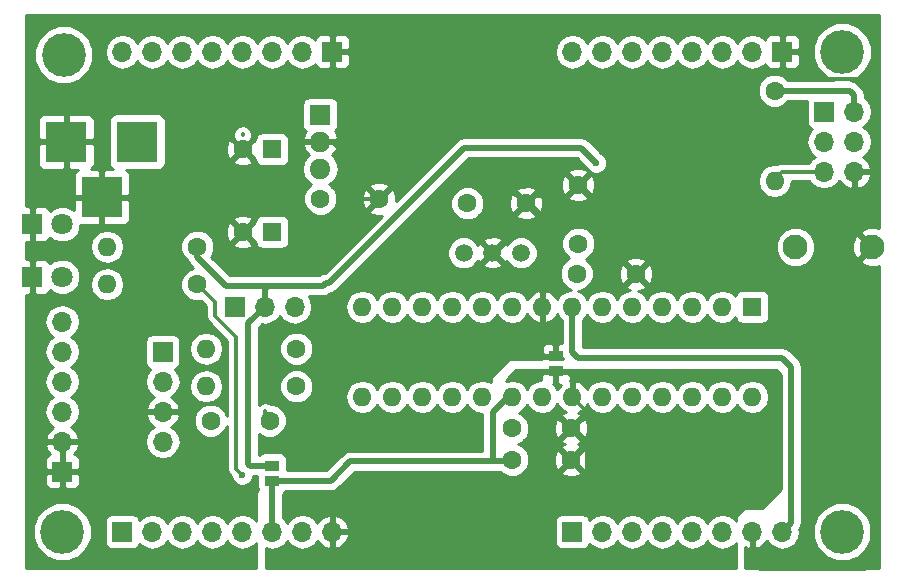
<source format=gbl>
G04 #@! TF.FileFunction,Copper,L2,Bot,Signal*
%FSLAX46Y46*%
G04 Gerber Fmt 4.6, Leading zero omitted, Abs format (unit mm)*
G04 Created by KiCad (PCBNEW 4.0.7-e2-6376~58~ubuntu16.04.1) date Thu Feb  1 11:17:09 2018*
%MOMM*%
%LPD*%
G01*
G04 APERTURE LIST*
%ADD10C,0.100000*%
%ADD11C,3.700000*%
%ADD12C,1.600000*%
%ADD13R,1.800000X1.800000*%
%ADD14C,1.800000*%
%ADD15R,3.500000X3.500000*%
%ADD16R,1.700000X1.700000*%
%ADD17O,1.700000X1.700000*%
%ADD18O,1.600000X1.600000*%
%ADD19R,1.800000X1.714500*%
%ADD20O,1.800000X1.714500*%
%ADD21R,1.600000X1.600000*%
%ADD22R,1.270000X0.970000*%
%ADD23C,2.100000*%
%ADD24C,1.500000*%
%ADD25C,0.600000*%
%ADD26C,0.300000*%
%ADD27C,0.500000*%
%ADD28C,0.254000*%
G04 APERTURE END LIST*
D10*
D11*
X180340000Y-40640000D03*
X180340000Y-81280000D03*
X114300000Y-81280000D03*
D12*
X136144000Y-53086000D03*
X141144000Y-53086000D03*
X152400000Y-75184000D03*
X157400000Y-75184000D03*
X157988000Y-56896000D03*
X157988000Y-51896000D03*
X148590000Y-53467000D03*
X153590000Y-53467000D03*
X126873000Y-71882000D03*
X131873000Y-71882000D03*
X152400000Y-72517000D03*
X157400000Y-72517000D03*
D13*
X111760000Y-55245000D03*
D14*
X114300000Y-55245000D03*
D15*
X120650000Y-48260000D03*
X114650000Y-48260000D03*
X117650000Y-52960000D03*
D16*
X128905000Y-62230000D03*
D17*
X131445000Y-62230000D03*
X133985000Y-62230000D03*
D12*
X125730000Y-57150000D03*
D18*
X118110000Y-57150000D03*
D12*
X125730000Y-60325000D03*
D18*
X118110000Y-60325000D03*
D19*
X136144000Y-45974000D03*
D20*
X136144000Y-48260000D03*
X136144000Y-50546000D03*
D21*
X172720000Y-62230000D03*
D18*
X139700000Y-69850000D03*
X170180000Y-62230000D03*
X142240000Y-69850000D03*
X167640000Y-62230000D03*
X144780000Y-69850000D03*
X165100000Y-62230000D03*
X147320000Y-69850000D03*
X162560000Y-62230000D03*
X149860000Y-69850000D03*
X160020000Y-62230000D03*
X152400000Y-69850000D03*
X157480000Y-62230000D03*
X154940000Y-69850000D03*
X154940000Y-62230000D03*
X157480000Y-69850000D03*
X152400000Y-62230000D03*
X160020000Y-69850000D03*
X149860000Y-62230000D03*
X162560000Y-69850000D03*
X147320000Y-62230000D03*
X165100000Y-69850000D03*
X144780000Y-62230000D03*
X167640000Y-69850000D03*
X142240000Y-62230000D03*
X170180000Y-69850000D03*
X139700000Y-62230000D03*
X172720000Y-69850000D03*
D12*
X157861000Y-59436000D03*
X162861000Y-59436000D03*
D16*
X175260000Y-40640000D03*
D17*
X172720000Y-40640000D03*
X170180000Y-40640000D03*
X167640000Y-40640000D03*
X165100000Y-40640000D03*
X162560000Y-40640000D03*
X160020000Y-40640000D03*
X157480000Y-40640000D03*
D16*
X137160000Y-40640000D03*
D17*
X134620000Y-40640000D03*
X132080000Y-40640000D03*
X129540000Y-40640000D03*
X127000000Y-40640000D03*
X124460000Y-40640000D03*
X121920000Y-40640000D03*
X119380000Y-40640000D03*
D16*
X119380000Y-81280000D03*
D17*
X121920000Y-81280000D03*
X124460000Y-81280000D03*
X127000000Y-81280000D03*
X129540000Y-81280000D03*
X132080000Y-81280000D03*
X134620000Y-81280000D03*
X137160000Y-81280000D03*
D16*
X157480000Y-81280000D03*
D17*
X160020000Y-81280000D03*
X162560000Y-81280000D03*
X165100000Y-81280000D03*
X167640000Y-81280000D03*
X170180000Y-81280000D03*
X172720000Y-81280000D03*
X175260000Y-81280000D03*
D16*
X178816000Y-45720000D03*
D17*
X181356000Y-45720000D03*
X178816000Y-48260000D03*
X181356000Y-48260000D03*
X178816000Y-50800000D03*
X181356000Y-50800000D03*
D13*
X111760000Y-59690000D03*
D14*
X114300000Y-59690000D03*
D22*
X132080000Y-75687000D03*
X132080000Y-76967000D03*
X156083000Y-66416000D03*
X156083000Y-67696000D03*
D16*
X114300000Y-76200000D03*
D17*
X114300000Y-73660000D03*
X114300000Y-71120000D03*
X114300000Y-68580000D03*
X114300000Y-66040000D03*
X114300000Y-63500000D03*
D16*
X122809000Y-66040000D03*
D17*
X122809000Y-68580000D03*
X122809000Y-71120000D03*
X122809000Y-73660000D03*
D12*
X174625000Y-43942000D03*
D18*
X174625000Y-51562000D03*
D12*
X134112000Y-68961000D03*
D18*
X126492000Y-68961000D03*
D12*
X134112000Y-65786000D03*
D18*
X126492000Y-65786000D03*
D21*
X132080000Y-48895000D03*
D12*
X129580000Y-48895000D03*
D21*
X132080000Y-55880000D03*
D12*
X129580000Y-55880000D03*
D11*
X114427000Y-40894000D03*
D23*
X182880000Y-57150000D03*
X176380000Y-57150000D03*
D24*
X150722000Y-57658000D03*
X153162000Y-57658000D03*
X148282000Y-57658000D03*
D25*
X129540000Y-76454000D03*
X159512000Y-50038000D03*
D26*
X129580000Y-47625000D02*
X129580000Y-47712000D01*
D27*
X132080000Y-76967000D02*
X137028000Y-76967000D01*
X138684000Y-75311000D02*
X150749000Y-75311000D01*
X137028000Y-76967000D02*
X138684000Y-75311000D01*
X132080000Y-76967000D02*
X132080000Y-81280000D01*
X152400000Y-69850000D02*
X152019000Y-69850000D01*
X152019000Y-69850000D02*
X150749000Y-71120000D01*
X150749000Y-71120000D02*
X150749000Y-75311000D01*
X150749000Y-75311000D02*
X152273000Y-75311000D01*
X152273000Y-75311000D02*
X152400000Y-75184000D01*
X132080000Y-81280000D02*
X132080000Y-80899000D01*
X152400000Y-69850000D02*
X152527000Y-69850000D01*
D26*
X174625000Y-51562000D02*
X174625000Y-51435000D01*
X175260000Y-50800000D02*
X178816000Y-50800000D01*
X174625000Y-51435000D02*
X175260000Y-50800000D01*
X131492000Y-71755000D02*
X131492000Y-71073000D01*
X142240000Y-62230000D02*
X142240000Y-62103000D01*
X121920000Y-40640000D02*
X121920000Y-40767000D01*
X127254000Y-61976000D02*
X127254000Y-62992000D01*
X129032000Y-64770000D02*
X129032000Y-66675000D01*
X127254000Y-62992000D02*
X129032000Y-64770000D01*
X129032000Y-71120000D02*
X129032000Y-75946000D01*
X129032000Y-66675000D02*
X129032000Y-71120000D01*
X127254000Y-61849000D02*
X127254000Y-61976000D01*
X125730000Y-60325000D02*
X127254000Y-61849000D01*
X129032000Y-75946000D02*
X129540000Y-76454000D01*
X183070500Y-43370500D02*
X183070500Y-50800000D01*
X183007000Y-50927000D02*
X183007000Y-50800000D01*
X183007000Y-50863500D02*
X183007000Y-50927000D01*
X183070500Y-50800000D02*
X183007000Y-50863500D01*
X181356000Y-50800000D02*
X181356000Y-55626000D01*
X181356000Y-55626000D02*
X182880000Y-57150000D01*
X183070500Y-43370500D02*
X182626000Y-42926000D01*
X176276000Y-42926000D02*
X175768000Y-42418000D01*
X182626000Y-42926000D02*
X176276000Y-42926000D01*
X156083000Y-66416000D02*
X155199000Y-66416000D01*
X154940000Y-66157000D02*
X154940000Y-62230000D01*
X155199000Y-66416000D02*
X154940000Y-66157000D01*
X172720000Y-81280000D02*
X172720000Y-83820000D01*
X182880000Y-83820000D02*
X182880000Y-78740000D01*
X182245000Y-84455000D02*
X182880000Y-83820000D01*
X173355000Y-84455000D02*
X182245000Y-84455000D01*
X172720000Y-83820000D02*
X173355000Y-84455000D01*
X175260000Y-40640000D02*
X175260000Y-41910000D01*
X175260000Y-41910000D02*
X175768000Y-42418000D01*
X181229000Y-50927000D02*
X181356000Y-50800000D01*
X137160000Y-40640000D02*
X137160000Y-43815000D01*
X137795000Y-44450000D02*
X137795000Y-48895000D01*
X137160000Y-43815000D02*
X137795000Y-44450000D01*
X182880000Y-57150000D02*
X180340000Y-59690000D01*
X180340000Y-59690000D02*
X180340000Y-62230000D01*
X180340000Y-62230000D02*
X180975000Y-62865000D01*
X180975000Y-62865000D02*
X180975000Y-76835000D01*
X180975000Y-76835000D02*
X182880000Y-78740000D01*
X162861000Y-59436000D02*
X162861000Y-59389000D01*
X162861000Y-59389000D02*
X163830000Y-58420000D01*
X172720000Y-59690000D02*
X180340000Y-59690000D01*
X171450000Y-58420000D02*
X172720000Y-59690000D01*
X163830000Y-58420000D02*
X171450000Y-58420000D01*
X162861000Y-59436000D02*
X162861000Y-59356000D01*
X162861000Y-59356000D02*
X161925000Y-58420000D01*
X161925000Y-58420000D02*
X161925000Y-53467000D01*
X136144000Y-48260000D02*
X137160000Y-48260000D01*
X137160000Y-48260000D02*
X137795000Y-48895000D01*
X139446000Y-53086000D02*
X141144000Y-53086000D01*
X137795000Y-48895000D02*
X139065000Y-50165000D01*
X139065000Y-50165000D02*
X139065000Y-52705000D01*
X139065000Y-52705000D02*
X139446000Y-53086000D01*
X128270000Y-53340000D02*
X132080000Y-53340000D01*
X134620000Y-48260000D02*
X136144000Y-48260000D01*
X134620000Y-50800000D02*
X134620000Y-48260000D01*
X132080000Y-53340000D02*
X134620000Y-50800000D01*
X141144000Y-53086000D02*
X141224000Y-53086000D01*
X117650000Y-52960000D02*
X128270000Y-52960000D01*
X128270000Y-52960000D02*
X128270000Y-52705000D01*
X129580000Y-48895000D02*
X129540000Y-48895000D01*
X129540000Y-48895000D02*
X128270000Y-50165000D01*
X128270000Y-50165000D02*
X128270000Y-52705000D01*
X128270000Y-54570000D02*
X129580000Y-55880000D01*
X128270000Y-52705000D02*
X128270000Y-53340000D01*
X128270000Y-53340000D02*
X128270000Y-54570000D01*
X111760000Y-55245000D02*
X111760000Y-53340000D01*
X112140000Y-52960000D02*
X117650000Y-52960000D01*
X111760000Y-53340000D02*
X112140000Y-52960000D01*
X114650000Y-48260000D02*
X114650000Y-52420000D01*
X114650000Y-52420000D02*
X115190000Y-52960000D01*
X115190000Y-52960000D02*
X117650000Y-52960000D01*
X114300000Y-47910000D02*
X114650000Y-48260000D01*
X111760000Y-59690000D02*
X111760000Y-75565000D01*
X112395000Y-76200000D02*
X114300000Y-76200000D01*
X111760000Y-75565000D02*
X112395000Y-76200000D01*
X111760000Y-55245000D02*
X111760000Y-59690000D01*
X129580000Y-55880000D02*
X129580000Y-55920000D01*
X153590000Y-53467000D02*
X153924000Y-53467000D01*
X153924000Y-53467000D02*
X155575000Y-55118000D01*
X157988000Y-51896000D02*
X158195000Y-51896000D01*
X158195000Y-51896000D02*
X159766000Y-53467000D01*
X153590000Y-53467000D02*
X153670000Y-53467000D01*
X153670000Y-53467000D02*
X154305000Y-52832000D01*
X157052000Y-52832000D02*
X157988000Y-51896000D01*
X154305000Y-52832000D02*
X157052000Y-52832000D01*
X150722000Y-57658000D02*
X151003000Y-57658000D01*
X151003000Y-57658000D02*
X152146000Y-56515000D01*
X152146000Y-54911000D02*
X153590000Y-53467000D01*
X152146000Y-56515000D02*
X152146000Y-54911000D01*
X154940000Y-62230000D02*
X154940000Y-58547000D01*
X155575000Y-57912000D02*
X155575000Y-55118000D01*
X154940000Y-58547000D02*
X155575000Y-57912000D01*
X159766000Y-53467000D02*
X161925000Y-53467000D01*
X156713000Y-66670000D02*
X156083000Y-66543000D01*
X156083000Y-66040000D02*
X156713000Y-66670000D01*
X172720000Y-81280000D02*
X172720000Y-81153000D01*
X183007000Y-50800000D02*
X181356000Y-50800000D01*
X137160000Y-40640000D02*
X137160000Y-37973000D01*
X137160000Y-37973000D02*
X137414000Y-37719000D01*
X175260000Y-37973000D02*
X175260000Y-40640000D01*
X137414000Y-37719000D02*
X175006000Y-37719000D01*
X175006000Y-37719000D02*
X175260000Y-37973000D01*
X114300000Y-76200000D02*
X114300000Y-73660000D01*
X114300000Y-73660000D02*
X116205000Y-73660000D01*
X118745000Y-71120000D02*
X122174000Y-71120000D01*
X118110000Y-71755000D02*
X118745000Y-71120000D01*
X116205000Y-73660000D02*
X118110000Y-71755000D01*
X156083000Y-67696000D02*
X156977000Y-67696000D01*
X157480000Y-68199000D02*
X157480000Y-69850000D01*
X156977000Y-67696000D02*
X157480000Y-68199000D01*
X157480000Y-69850000D02*
X158750000Y-71120000D01*
X158750000Y-71167000D02*
X157400000Y-72517000D01*
X158750000Y-71120000D02*
X158750000Y-71167000D01*
X157400000Y-75184000D02*
X157400000Y-75010000D01*
X157400000Y-75010000D02*
X158750000Y-73660000D01*
X157400000Y-72517000D02*
X157607000Y-72517000D01*
X157607000Y-72517000D02*
X158750000Y-73660000D01*
X158750000Y-73660000D02*
X158750000Y-76835000D01*
X158750000Y-76835000D02*
X154305000Y-81280000D01*
X154305000Y-81280000D02*
X151130000Y-81280000D01*
X137160000Y-81280000D02*
X151130000Y-81280000D01*
X157480000Y-75104000D02*
X157400000Y-75184000D01*
D27*
X181356000Y-45720000D02*
X181356000Y-44323000D01*
X180975000Y-43942000D02*
X178054000Y-43942000D01*
X181356000Y-44323000D02*
X180975000Y-43942000D01*
X177165000Y-43942000D02*
X175768000Y-43942000D01*
X178054000Y-43942000D02*
X177165000Y-43942000D01*
X175768000Y-43942000D02*
X174625000Y-43942000D01*
X157480000Y-63881000D02*
X157480000Y-66040000D01*
X157988000Y-66548000D02*
X160401000Y-66548000D01*
X157480000Y-66040000D02*
X157988000Y-66548000D01*
X175260000Y-66548000D02*
X176022000Y-67310000D01*
X160401000Y-66548000D02*
X175260000Y-66548000D01*
X157480000Y-63881000D02*
X157480000Y-62230000D01*
X176022000Y-67310000D02*
X176022000Y-80518000D01*
X176022000Y-80518000D02*
X175260000Y-81280000D01*
X176022000Y-80518000D02*
X175260000Y-81280000D01*
X132080000Y-75687000D02*
X130180000Y-75687000D01*
X130048000Y-63627000D02*
X131445000Y-62230000D01*
X130048000Y-75555000D02*
X130048000Y-63627000D01*
X130180000Y-75687000D02*
X130048000Y-75555000D01*
X136652000Y-60198000D02*
X136906000Y-60198000D01*
X136906000Y-60198000D02*
X148336000Y-48768000D01*
X158242000Y-48768000D02*
X159512000Y-50038000D01*
X148336000Y-48768000D02*
X158242000Y-48768000D01*
X131445000Y-62230000D02*
X131445000Y-60452000D01*
X131699000Y-60579000D02*
X131699000Y-60452000D01*
X131572000Y-60579000D02*
X131699000Y-60579000D01*
X131445000Y-60452000D02*
X131572000Y-60579000D01*
X136652000Y-60198000D02*
X136398000Y-60452000D01*
X136398000Y-60452000D02*
X131699000Y-60452000D01*
X131699000Y-60452000D02*
X130048000Y-60452000D01*
X125730000Y-57150000D02*
X125730000Y-58039000D01*
X125730000Y-58039000D02*
X128143000Y-60452000D01*
X128143000Y-60452000D02*
X130048000Y-60452000D01*
X131445000Y-61468000D02*
X131445000Y-62230000D01*
X131445000Y-62230000D02*
X131445000Y-62484000D01*
D26*
X131445000Y-61595000D02*
X131445000Y-62230000D01*
D28*
G36*
X154971750Y-67569000D02*
X155956000Y-67569000D01*
X155956000Y-67564000D01*
X156210000Y-67564000D01*
X156210000Y-67569000D01*
X157194250Y-67569000D01*
X157199250Y-67564000D01*
X174699394Y-67564000D01*
X175133000Y-67997606D01*
X175133000Y-77671394D01*
X173556394Y-79248000D01*
X172085000Y-79248000D01*
X172035590Y-79258006D01*
X171995197Y-79285197D01*
X171360197Y-79920197D01*
X171332334Y-79962211D01*
X171323000Y-80010000D01*
X171323000Y-80339957D01*
X171230054Y-80200853D01*
X170748285Y-79878946D01*
X170180000Y-79765907D01*
X169611715Y-79878946D01*
X169129946Y-80200853D01*
X168910000Y-80530026D01*
X168690054Y-80200853D01*
X168208285Y-79878946D01*
X167640000Y-79765907D01*
X167071715Y-79878946D01*
X166589946Y-80200853D01*
X166370000Y-80530026D01*
X166150054Y-80200853D01*
X165668285Y-79878946D01*
X165100000Y-79765907D01*
X164531715Y-79878946D01*
X164049946Y-80200853D01*
X163830000Y-80530026D01*
X163610054Y-80200853D01*
X163128285Y-79878946D01*
X162560000Y-79765907D01*
X161991715Y-79878946D01*
X161509946Y-80200853D01*
X161290000Y-80530026D01*
X161070054Y-80200853D01*
X160588285Y-79878946D01*
X160020000Y-79765907D01*
X159451715Y-79878946D01*
X158969946Y-80200853D01*
X158942150Y-80242452D01*
X158933162Y-80194683D01*
X158794090Y-79978559D01*
X158581890Y-79833569D01*
X158330000Y-79782560D01*
X156630000Y-79782560D01*
X156394683Y-79826838D01*
X156178559Y-79965910D01*
X156033569Y-80178110D01*
X155982560Y-80430000D01*
X155982560Y-82130000D01*
X156026838Y-82365317D01*
X156165910Y-82581441D01*
X156378110Y-82726431D01*
X156630000Y-82777440D01*
X158330000Y-82777440D01*
X158565317Y-82733162D01*
X158781441Y-82594090D01*
X158926431Y-82381890D01*
X158940086Y-82314459D01*
X158969946Y-82359147D01*
X159451715Y-82681054D01*
X160020000Y-82794093D01*
X160588285Y-82681054D01*
X161070054Y-82359147D01*
X161290000Y-82029974D01*
X161509946Y-82359147D01*
X161991715Y-82681054D01*
X162560000Y-82794093D01*
X163128285Y-82681054D01*
X163610054Y-82359147D01*
X163830000Y-82029974D01*
X164049946Y-82359147D01*
X164531715Y-82681054D01*
X165100000Y-82794093D01*
X165668285Y-82681054D01*
X166150054Y-82359147D01*
X166370000Y-82029974D01*
X166589946Y-82359147D01*
X167071715Y-82681054D01*
X167640000Y-82794093D01*
X168208285Y-82681054D01*
X168690054Y-82359147D01*
X168910000Y-82029974D01*
X169129946Y-82359147D01*
X169611715Y-82681054D01*
X170180000Y-82794093D01*
X170748285Y-82681054D01*
X171230054Y-82359147D01*
X171323000Y-82220043D01*
X171323000Y-84380000D01*
X131572000Y-84380000D01*
X131572000Y-82693045D01*
X132080000Y-82794093D01*
X132648285Y-82681054D01*
X133130054Y-82359147D01*
X133350000Y-82029974D01*
X133569946Y-82359147D01*
X134051715Y-82681054D01*
X134620000Y-82794093D01*
X135188285Y-82681054D01*
X135670054Y-82359147D01*
X135897702Y-82018447D01*
X135964817Y-82161358D01*
X136393076Y-82551645D01*
X136803110Y-82721476D01*
X137033000Y-82600155D01*
X137033000Y-81407000D01*
X137287000Y-81407000D01*
X137287000Y-82600155D01*
X137516890Y-82721476D01*
X137926924Y-82551645D01*
X138355183Y-82161358D01*
X138601486Y-81636892D01*
X138480819Y-81407000D01*
X137287000Y-81407000D01*
X137033000Y-81407000D01*
X137013000Y-81407000D01*
X137013000Y-81153000D01*
X137033000Y-81153000D01*
X137033000Y-79959845D01*
X137287000Y-79959845D01*
X137287000Y-81153000D01*
X138480819Y-81153000D01*
X138601486Y-80923108D01*
X138355183Y-80398642D01*
X137926924Y-80008355D01*
X137516890Y-79838524D01*
X137287000Y-79959845D01*
X137033000Y-79959845D01*
X136803110Y-79838524D01*
X136393076Y-80008355D01*
X135964817Y-80398642D01*
X135897702Y-80541553D01*
X135670054Y-80200853D01*
X135188285Y-79878946D01*
X134620000Y-79765907D01*
X134051715Y-79878946D01*
X133569946Y-80200853D01*
X133350000Y-80530026D01*
X133130054Y-80200853D01*
X132965000Y-80090568D01*
X132965000Y-78045714D01*
X133166441Y-77916090D01*
X133210232Y-77852000D01*
X137027995Y-77852000D01*
X137028000Y-77852001D01*
X137310484Y-77795810D01*
X137366675Y-77784633D01*
X137653790Y-77592790D01*
X139050579Y-76196000D01*
X145393741Y-76196000D01*
X145415000Y-76200000D01*
X145542000Y-76200000D01*
X145561752Y-76196000D01*
X151382608Y-76196000D01*
X151586077Y-76399824D01*
X152113309Y-76618750D01*
X152684187Y-76619248D01*
X153211800Y-76401243D01*
X153421663Y-76191745D01*
X156571861Y-76191745D01*
X156645995Y-76437864D01*
X157183223Y-76630965D01*
X157753454Y-76603778D01*
X158154005Y-76437864D01*
X158228139Y-76191745D01*
X157400000Y-75363605D01*
X156571861Y-76191745D01*
X153421663Y-76191745D01*
X153615824Y-75997923D01*
X153834750Y-75470691D01*
X153835189Y-74967223D01*
X155953035Y-74967223D01*
X155980222Y-75537454D01*
X156146136Y-75938005D01*
X156392255Y-76012139D01*
X157220395Y-75184000D01*
X157579605Y-75184000D01*
X158407745Y-76012139D01*
X158653864Y-75938005D01*
X158846965Y-75400777D01*
X158819778Y-74830546D01*
X158653864Y-74429995D01*
X158407745Y-74355861D01*
X157579605Y-75184000D01*
X157220395Y-75184000D01*
X156392255Y-74355861D01*
X156146136Y-74429995D01*
X155953035Y-74967223D01*
X153835189Y-74967223D01*
X153835248Y-74899813D01*
X153617243Y-74372200D01*
X153213923Y-73968176D01*
X152930482Y-73850481D01*
X153211800Y-73734243D01*
X153421663Y-73524745D01*
X156571861Y-73524745D01*
X156645995Y-73770864D01*
X156851865Y-73844862D01*
X156645995Y-73930136D01*
X156571861Y-74176255D01*
X157400000Y-75004395D01*
X158228139Y-74176255D01*
X158154005Y-73930136D01*
X157948135Y-73856138D01*
X158154005Y-73770864D01*
X158228139Y-73524745D01*
X157400000Y-72696605D01*
X156571861Y-73524745D01*
X153421663Y-73524745D01*
X153615824Y-73330923D01*
X153834750Y-72803691D01*
X153835189Y-72300223D01*
X155953035Y-72300223D01*
X155980222Y-72870454D01*
X156146136Y-73271005D01*
X156392255Y-73345139D01*
X157220395Y-72517000D01*
X157579605Y-72517000D01*
X158407745Y-73345139D01*
X158653864Y-73271005D01*
X158846965Y-72733777D01*
X158819778Y-72163546D01*
X158653864Y-71762995D01*
X158407745Y-71688861D01*
X157579605Y-72517000D01*
X157220395Y-72517000D01*
X156392255Y-71688861D01*
X156146136Y-71762995D01*
X155953035Y-72300223D01*
X153835189Y-72300223D01*
X153835248Y-72232813D01*
X153617243Y-71705200D01*
X153213923Y-71301176D01*
X152960824Y-71196080D01*
X153414698Y-70892811D01*
X153670000Y-70510725D01*
X153925302Y-70892811D01*
X154390849Y-71203880D01*
X154940000Y-71313113D01*
X155489151Y-71203880D01*
X155954698Y-70892811D01*
X156224986Y-70488297D01*
X156327611Y-70705134D01*
X156742577Y-71081041D01*
X156914100Y-71152083D01*
X156645995Y-71263136D01*
X156571861Y-71509255D01*
X157400000Y-72337395D01*
X158228139Y-71509255D01*
X158154005Y-71263136D01*
X157952579Y-71190736D01*
X158217423Y-71081041D01*
X158632389Y-70705134D01*
X158735014Y-70488297D01*
X159005302Y-70892811D01*
X159470849Y-71203880D01*
X160020000Y-71313113D01*
X160569151Y-71203880D01*
X161034698Y-70892811D01*
X161290000Y-70510725D01*
X161545302Y-70892811D01*
X162010849Y-71203880D01*
X162560000Y-71313113D01*
X163109151Y-71203880D01*
X163574698Y-70892811D01*
X163830000Y-70510725D01*
X164085302Y-70892811D01*
X164550849Y-71203880D01*
X165100000Y-71313113D01*
X165649151Y-71203880D01*
X166114698Y-70892811D01*
X166370000Y-70510725D01*
X166625302Y-70892811D01*
X167090849Y-71203880D01*
X167640000Y-71313113D01*
X168189151Y-71203880D01*
X168654698Y-70892811D01*
X168910000Y-70510725D01*
X169165302Y-70892811D01*
X169630849Y-71203880D01*
X170180000Y-71313113D01*
X170729151Y-71203880D01*
X171194698Y-70892811D01*
X171450000Y-70510725D01*
X171705302Y-70892811D01*
X172170849Y-71203880D01*
X172720000Y-71313113D01*
X173269151Y-71203880D01*
X173734698Y-70892811D01*
X174045767Y-70427264D01*
X174155000Y-69878113D01*
X174155000Y-69821887D01*
X174045767Y-69272736D01*
X173734698Y-68807189D01*
X173269151Y-68496120D01*
X172720000Y-68386887D01*
X172170849Y-68496120D01*
X171705302Y-68807189D01*
X171450000Y-69189275D01*
X171194698Y-68807189D01*
X170729151Y-68496120D01*
X170180000Y-68386887D01*
X169630849Y-68496120D01*
X169165302Y-68807189D01*
X168910000Y-69189275D01*
X168654698Y-68807189D01*
X168189151Y-68496120D01*
X167640000Y-68386887D01*
X167090849Y-68496120D01*
X166625302Y-68807189D01*
X166370000Y-69189275D01*
X166114698Y-68807189D01*
X165649151Y-68496120D01*
X165100000Y-68386887D01*
X164550849Y-68496120D01*
X164085302Y-68807189D01*
X163830000Y-69189275D01*
X163574698Y-68807189D01*
X163109151Y-68496120D01*
X162560000Y-68386887D01*
X162010849Y-68496120D01*
X161545302Y-68807189D01*
X161290000Y-69189275D01*
X161034698Y-68807189D01*
X160569151Y-68496120D01*
X160020000Y-68386887D01*
X159470849Y-68496120D01*
X159005302Y-68807189D01*
X158735014Y-69211703D01*
X158632389Y-68994866D01*
X158217423Y-68618959D01*
X157829039Y-68458096D01*
X157607000Y-68580085D01*
X157607000Y-69723000D01*
X157627000Y-69723000D01*
X157627000Y-69977000D01*
X157607000Y-69977000D01*
X157607000Y-69997000D01*
X157353000Y-69997000D01*
X157353000Y-69977000D01*
X157333000Y-69977000D01*
X157333000Y-69723000D01*
X157353000Y-69723000D01*
X157353000Y-68580085D01*
X157260959Y-68529517D01*
X157353000Y-68307310D01*
X157353000Y-67981750D01*
X157194250Y-67823000D01*
X156210000Y-67823000D01*
X156210000Y-68657250D01*
X156368750Y-68816000D01*
X156525062Y-68816000D01*
X156327611Y-68994866D01*
X156224986Y-69211703D01*
X155954698Y-68807189D01*
X155865597Y-68747653D01*
X155956000Y-68657250D01*
X155956000Y-67823000D01*
X154971750Y-67823000D01*
X154813000Y-67981750D01*
X154813000Y-68307310D01*
X154853120Y-68404168D01*
X154390849Y-68496120D01*
X153925302Y-68807189D01*
X153670000Y-69189275D01*
X153414698Y-68807189D01*
X152949151Y-68496120D01*
X152400000Y-68386887D01*
X151914059Y-68483547D01*
X151983896Y-68413710D01*
X152011759Y-68371696D01*
X152021081Y-68322153D01*
X152010393Y-68272885D01*
X152005159Y-68265447D01*
X152706606Y-67564000D01*
X154966750Y-67564000D01*
X154971750Y-67569000D01*
X154971750Y-67569000D01*
G37*
X154971750Y-67569000D02*
X155956000Y-67569000D01*
X155956000Y-67564000D01*
X156210000Y-67564000D01*
X156210000Y-67569000D01*
X157194250Y-67569000D01*
X157199250Y-67564000D01*
X174699394Y-67564000D01*
X175133000Y-67997606D01*
X175133000Y-77671394D01*
X173556394Y-79248000D01*
X172085000Y-79248000D01*
X172035590Y-79258006D01*
X171995197Y-79285197D01*
X171360197Y-79920197D01*
X171332334Y-79962211D01*
X171323000Y-80010000D01*
X171323000Y-80339957D01*
X171230054Y-80200853D01*
X170748285Y-79878946D01*
X170180000Y-79765907D01*
X169611715Y-79878946D01*
X169129946Y-80200853D01*
X168910000Y-80530026D01*
X168690054Y-80200853D01*
X168208285Y-79878946D01*
X167640000Y-79765907D01*
X167071715Y-79878946D01*
X166589946Y-80200853D01*
X166370000Y-80530026D01*
X166150054Y-80200853D01*
X165668285Y-79878946D01*
X165100000Y-79765907D01*
X164531715Y-79878946D01*
X164049946Y-80200853D01*
X163830000Y-80530026D01*
X163610054Y-80200853D01*
X163128285Y-79878946D01*
X162560000Y-79765907D01*
X161991715Y-79878946D01*
X161509946Y-80200853D01*
X161290000Y-80530026D01*
X161070054Y-80200853D01*
X160588285Y-79878946D01*
X160020000Y-79765907D01*
X159451715Y-79878946D01*
X158969946Y-80200853D01*
X158942150Y-80242452D01*
X158933162Y-80194683D01*
X158794090Y-79978559D01*
X158581890Y-79833569D01*
X158330000Y-79782560D01*
X156630000Y-79782560D01*
X156394683Y-79826838D01*
X156178559Y-79965910D01*
X156033569Y-80178110D01*
X155982560Y-80430000D01*
X155982560Y-82130000D01*
X156026838Y-82365317D01*
X156165910Y-82581441D01*
X156378110Y-82726431D01*
X156630000Y-82777440D01*
X158330000Y-82777440D01*
X158565317Y-82733162D01*
X158781441Y-82594090D01*
X158926431Y-82381890D01*
X158940086Y-82314459D01*
X158969946Y-82359147D01*
X159451715Y-82681054D01*
X160020000Y-82794093D01*
X160588285Y-82681054D01*
X161070054Y-82359147D01*
X161290000Y-82029974D01*
X161509946Y-82359147D01*
X161991715Y-82681054D01*
X162560000Y-82794093D01*
X163128285Y-82681054D01*
X163610054Y-82359147D01*
X163830000Y-82029974D01*
X164049946Y-82359147D01*
X164531715Y-82681054D01*
X165100000Y-82794093D01*
X165668285Y-82681054D01*
X166150054Y-82359147D01*
X166370000Y-82029974D01*
X166589946Y-82359147D01*
X167071715Y-82681054D01*
X167640000Y-82794093D01*
X168208285Y-82681054D01*
X168690054Y-82359147D01*
X168910000Y-82029974D01*
X169129946Y-82359147D01*
X169611715Y-82681054D01*
X170180000Y-82794093D01*
X170748285Y-82681054D01*
X171230054Y-82359147D01*
X171323000Y-82220043D01*
X171323000Y-84380000D01*
X131572000Y-84380000D01*
X131572000Y-82693045D01*
X132080000Y-82794093D01*
X132648285Y-82681054D01*
X133130054Y-82359147D01*
X133350000Y-82029974D01*
X133569946Y-82359147D01*
X134051715Y-82681054D01*
X134620000Y-82794093D01*
X135188285Y-82681054D01*
X135670054Y-82359147D01*
X135897702Y-82018447D01*
X135964817Y-82161358D01*
X136393076Y-82551645D01*
X136803110Y-82721476D01*
X137033000Y-82600155D01*
X137033000Y-81407000D01*
X137287000Y-81407000D01*
X137287000Y-82600155D01*
X137516890Y-82721476D01*
X137926924Y-82551645D01*
X138355183Y-82161358D01*
X138601486Y-81636892D01*
X138480819Y-81407000D01*
X137287000Y-81407000D01*
X137033000Y-81407000D01*
X137013000Y-81407000D01*
X137013000Y-81153000D01*
X137033000Y-81153000D01*
X137033000Y-79959845D01*
X137287000Y-79959845D01*
X137287000Y-81153000D01*
X138480819Y-81153000D01*
X138601486Y-80923108D01*
X138355183Y-80398642D01*
X137926924Y-80008355D01*
X137516890Y-79838524D01*
X137287000Y-79959845D01*
X137033000Y-79959845D01*
X136803110Y-79838524D01*
X136393076Y-80008355D01*
X135964817Y-80398642D01*
X135897702Y-80541553D01*
X135670054Y-80200853D01*
X135188285Y-79878946D01*
X134620000Y-79765907D01*
X134051715Y-79878946D01*
X133569946Y-80200853D01*
X133350000Y-80530026D01*
X133130054Y-80200853D01*
X132965000Y-80090568D01*
X132965000Y-78045714D01*
X133166441Y-77916090D01*
X133210232Y-77852000D01*
X137027995Y-77852000D01*
X137028000Y-77852001D01*
X137310484Y-77795810D01*
X137366675Y-77784633D01*
X137653790Y-77592790D01*
X139050579Y-76196000D01*
X145393741Y-76196000D01*
X145415000Y-76200000D01*
X145542000Y-76200000D01*
X145561752Y-76196000D01*
X151382608Y-76196000D01*
X151586077Y-76399824D01*
X152113309Y-76618750D01*
X152684187Y-76619248D01*
X153211800Y-76401243D01*
X153421663Y-76191745D01*
X156571861Y-76191745D01*
X156645995Y-76437864D01*
X157183223Y-76630965D01*
X157753454Y-76603778D01*
X158154005Y-76437864D01*
X158228139Y-76191745D01*
X157400000Y-75363605D01*
X156571861Y-76191745D01*
X153421663Y-76191745D01*
X153615824Y-75997923D01*
X153834750Y-75470691D01*
X153835189Y-74967223D01*
X155953035Y-74967223D01*
X155980222Y-75537454D01*
X156146136Y-75938005D01*
X156392255Y-76012139D01*
X157220395Y-75184000D01*
X157579605Y-75184000D01*
X158407745Y-76012139D01*
X158653864Y-75938005D01*
X158846965Y-75400777D01*
X158819778Y-74830546D01*
X158653864Y-74429995D01*
X158407745Y-74355861D01*
X157579605Y-75184000D01*
X157220395Y-75184000D01*
X156392255Y-74355861D01*
X156146136Y-74429995D01*
X155953035Y-74967223D01*
X153835189Y-74967223D01*
X153835248Y-74899813D01*
X153617243Y-74372200D01*
X153213923Y-73968176D01*
X152930482Y-73850481D01*
X153211800Y-73734243D01*
X153421663Y-73524745D01*
X156571861Y-73524745D01*
X156645995Y-73770864D01*
X156851865Y-73844862D01*
X156645995Y-73930136D01*
X156571861Y-74176255D01*
X157400000Y-75004395D01*
X158228139Y-74176255D01*
X158154005Y-73930136D01*
X157948135Y-73856138D01*
X158154005Y-73770864D01*
X158228139Y-73524745D01*
X157400000Y-72696605D01*
X156571861Y-73524745D01*
X153421663Y-73524745D01*
X153615824Y-73330923D01*
X153834750Y-72803691D01*
X153835189Y-72300223D01*
X155953035Y-72300223D01*
X155980222Y-72870454D01*
X156146136Y-73271005D01*
X156392255Y-73345139D01*
X157220395Y-72517000D01*
X157579605Y-72517000D01*
X158407745Y-73345139D01*
X158653864Y-73271005D01*
X158846965Y-72733777D01*
X158819778Y-72163546D01*
X158653864Y-71762995D01*
X158407745Y-71688861D01*
X157579605Y-72517000D01*
X157220395Y-72517000D01*
X156392255Y-71688861D01*
X156146136Y-71762995D01*
X155953035Y-72300223D01*
X153835189Y-72300223D01*
X153835248Y-72232813D01*
X153617243Y-71705200D01*
X153213923Y-71301176D01*
X152960824Y-71196080D01*
X153414698Y-70892811D01*
X153670000Y-70510725D01*
X153925302Y-70892811D01*
X154390849Y-71203880D01*
X154940000Y-71313113D01*
X155489151Y-71203880D01*
X155954698Y-70892811D01*
X156224986Y-70488297D01*
X156327611Y-70705134D01*
X156742577Y-71081041D01*
X156914100Y-71152083D01*
X156645995Y-71263136D01*
X156571861Y-71509255D01*
X157400000Y-72337395D01*
X158228139Y-71509255D01*
X158154005Y-71263136D01*
X157952579Y-71190736D01*
X158217423Y-71081041D01*
X158632389Y-70705134D01*
X158735014Y-70488297D01*
X159005302Y-70892811D01*
X159470849Y-71203880D01*
X160020000Y-71313113D01*
X160569151Y-71203880D01*
X161034698Y-70892811D01*
X161290000Y-70510725D01*
X161545302Y-70892811D01*
X162010849Y-71203880D01*
X162560000Y-71313113D01*
X163109151Y-71203880D01*
X163574698Y-70892811D01*
X163830000Y-70510725D01*
X164085302Y-70892811D01*
X164550849Y-71203880D01*
X165100000Y-71313113D01*
X165649151Y-71203880D01*
X166114698Y-70892811D01*
X166370000Y-70510725D01*
X166625302Y-70892811D01*
X167090849Y-71203880D01*
X167640000Y-71313113D01*
X168189151Y-71203880D01*
X168654698Y-70892811D01*
X168910000Y-70510725D01*
X169165302Y-70892811D01*
X169630849Y-71203880D01*
X170180000Y-71313113D01*
X170729151Y-71203880D01*
X171194698Y-70892811D01*
X171450000Y-70510725D01*
X171705302Y-70892811D01*
X172170849Y-71203880D01*
X172720000Y-71313113D01*
X173269151Y-71203880D01*
X173734698Y-70892811D01*
X174045767Y-70427264D01*
X174155000Y-69878113D01*
X174155000Y-69821887D01*
X174045767Y-69272736D01*
X173734698Y-68807189D01*
X173269151Y-68496120D01*
X172720000Y-68386887D01*
X172170849Y-68496120D01*
X171705302Y-68807189D01*
X171450000Y-69189275D01*
X171194698Y-68807189D01*
X170729151Y-68496120D01*
X170180000Y-68386887D01*
X169630849Y-68496120D01*
X169165302Y-68807189D01*
X168910000Y-69189275D01*
X168654698Y-68807189D01*
X168189151Y-68496120D01*
X167640000Y-68386887D01*
X167090849Y-68496120D01*
X166625302Y-68807189D01*
X166370000Y-69189275D01*
X166114698Y-68807189D01*
X165649151Y-68496120D01*
X165100000Y-68386887D01*
X164550849Y-68496120D01*
X164085302Y-68807189D01*
X163830000Y-69189275D01*
X163574698Y-68807189D01*
X163109151Y-68496120D01*
X162560000Y-68386887D01*
X162010849Y-68496120D01*
X161545302Y-68807189D01*
X161290000Y-69189275D01*
X161034698Y-68807189D01*
X160569151Y-68496120D01*
X160020000Y-68386887D01*
X159470849Y-68496120D01*
X159005302Y-68807189D01*
X158735014Y-69211703D01*
X158632389Y-68994866D01*
X158217423Y-68618959D01*
X157829039Y-68458096D01*
X157607000Y-68580085D01*
X157607000Y-69723000D01*
X157627000Y-69723000D01*
X157627000Y-69977000D01*
X157607000Y-69977000D01*
X157607000Y-69997000D01*
X157353000Y-69997000D01*
X157353000Y-69977000D01*
X157333000Y-69977000D01*
X157333000Y-69723000D01*
X157353000Y-69723000D01*
X157353000Y-68580085D01*
X157260959Y-68529517D01*
X157353000Y-68307310D01*
X157353000Y-67981750D01*
X157194250Y-67823000D01*
X156210000Y-67823000D01*
X156210000Y-68657250D01*
X156368750Y-68816000D01*
X156525062Y-68816000D01*
X156327611Y-68994866D01*
X156224986Y-69211703D01*
X155954698Y-68807189D01*
X155865597Y-68747653D01*
X155956000Y-68657250D01*
X155956000Y-67823000D01*
X154971750Y-67823000D01*
X154813000Y-67981750D01*
X154813000Y-68307310D01*
X154853120Y-68404168D01*
X154390849Y-68496120D01*
X153925302Y-68807189D01*
X153670000Y-69189275D01*
X153414698Y-68807189D01*
X152949151Y-68496120D01*
X152400000Y-68386887D01*
X151914059Y-68483547D01*
X151983896Y-68413710D01*
X152011759Y-68371696D01*
X152021081Y-68322153D01*
X152010393Y-68272885D01*
X152005159Y-68265447D01*
X152706606Y-67564000D01*
X154966750Y-67564000D01*
X154971750Y-67569000D01*
G36*
X183440000Y-55560448D02*
X183156474Y-55454381D01*
X182486544Y-55477651D01*
X181975687Y-55689255D01*
X181870902Y-55961297D01*
X182880000Y-56970395D01*
X182894143Y-56956253D01*
X183073748Y-57135858D01*
X183059605Y-57150000D01*
X183073748Y-57164143D01*
X182894143Y-57343748D01*
X182880000Y-57329605D01*
X181870902Y-58338703D01*
X181975687Y-58610745D01*
X182603526Y-58845619D01*
X183273456Y-58822349D01*
X183440000Y-58753364D01*
X183440000Y-84380000D01*
X172085000Y-84380000D01*
X172085000Y-82606286D01*
X172363110Y-82721476D01*
X172593000Y-82600155D01*
X172593000Y-81407000D01*
X172573000Y-81407000D01*
X172573000Y-81153000D01*
X172593000Y-81153000D01*
X172593000Y-81133000D01*
X172847000Y-81133000D01*
X172847000Y-81153000D01*
X172867000Y-81153000D01*
X172867000Y-81407000D01*
X172847000Y-81407000D01*
X172847000Y-82600155D01*
X173076890Y-82721476D01*
X173486924Y-82551645D01*
X173915183Y-82161358D01*
X173982298Y-82018447D01*
X174209946Y-82359147D01*
X174691715Y-82681054D01*
X175260000Y-82794093D01*
X175828285Y-82681054D01*
X176310054Y-82359147D01*
X176631961Y-81877378D01*
X176652896Y-81772128D01*
X177854570Y-81772128D01*
X178232091Y-82685800D01*
X178930523Y-83385452D01*
X179843534Y-83764568D01*
X180832128Y-83765430D01*
X181745800Y-83387909D01*
X182445452Y-82689477D01*
X182824568Y-81776466D01*
X182825430Y-80787872D01*
X182447909Y-79874200D01*
X181749477Y-79174548D01*
X180836466Y-78795432D01*
X179847872Y-78794570D01*
X178934200Y-79172091D01*
X178234548Y-79870523D01*
X177855432Y-80783534D01*
X177854570Y-81772128D01*
X176652896Y-81772128D01*
X176745000Y-81309093D01*
X176745000Y-81250907D01*
X176706281Y-81056252D01*
X176839633Y-80856675D01*
X176865841Y-80724921D01*
X176907001Y-80518000D01*
X176907000Y-80517995D01*
X176907000Y-67310005D01*
X176907001Y-67310000D01*
X176839633Y-66971326D01*
X176839633Y-66971325D01*
X176647790Y-66684210D01*
X176647787Y-66684208D01*
X175885790Y-65922210D01*
X175837584Y-65890000D01*
X175598675Y-65730367D01*
X175542484Y-65719190D01*
X175260000Y-65662999D01*
X175259995Y-65663000D01*
X158365000Y-65663000D01*
X158365000Y-63359473D01*
X158494698Y-63272811D01*
X158750000Y-62890725D01*
X159005302Y-63272811D01*
X159470849Y-63583880D01*
X160020000Y-63693113D01*
X160569151Y-63583880D01*
X161034698Y-63272811D01*
X161290000Y-62890725D01*
X161545302Y-63272811D01*
X162010849Y-63583880D01*
X162560000Y-63693113D01*
X163109151Y-63583880D01*
X163574698Y-63272811D01*
X163830000Y-62890725D01*
X164085302Y-63272811D01*
X164550849Y-63583880D01*
X165100000Y-63693113D01*
X165649151Y-63583880D01*
X166114698Y-63272811D01*
X166370000Y-62890725D01*
X166625302Y-63272811D01*
X167090849Y-63583880D01*
X167640000Y-63693113D01*
X168189151Y-63583880D01*
X168654698Y-63272811D01*
X168910000Y-62890725D01*
X169165302Y-63272811D01*
X169630849Y-63583880D01*
X170180000Y-63693113D01*
X170729151Y-63583880D01*
X171194698Y-63272811D01*
X171291101Y-63128535D01*
X171316838Y-63265317D01*
X171455910Y-63481441D01*
X171668110Y-63626431D01*
X171920000Y-63677440D01*
X173520000Y-63677440D01*
X173755317Y-63633162D01*
X173971441Y-63494090D01*
X174116431Y-63281890D01*
X174167440Y-63030000D01*
X174167440Y-61430000D01*
X174123162Y-61194683D01*
X173984090Y-60978559D01*
X173771890Y-60833569D01*
X173520000Y-60782560D01*
X171920000Y-60782560D01*
X171684683Y-60826838D01*
X171468559Y-60965910D01*
X171323569Y-61178110D01*
X171292185Y-61333089D01*
X171194698Y-61187189D01*
X170729151Y-60876120D01*
X170180000Y-60766887D01*
X169630849Y-60876120D01*
X169165302Y-61187189D01*
X168910000Y-61569275D01*
X168654698Y-61187189D01*
X168189151Y-60876120D01*
X167640000Y-60766887D01*
X167090849Y-60876120D01*
X166625302Y-61187189D01*
X166370000Y-61569275D01*
X166114698Y-61187189D01*
X165649151Y-60876120D01*
X165100000Y-60766887D01*
X164550849Y-60876120D01*
X164085302Y-61187189D01*
X163830000Y-61569275D01*
X163574698Y-61187189D01*
X163109151Y-60876120D01*
X163047018Y-60863761D01*
X163214454Y-60855778D01*
X163615005Y-60689864D01*
X163689139Y-60443745D01*
X162861000Y-59615605D01*
X162032861Y-60443745D01*
X162106995Y-60689864D01*
X162406325Y-60797455D01*
X162010849Y-60876120D01*
X161545302Y-61187189D01*
X161290000Y-61569275D01*
X161034698Y-61187189D01*
X160569151Y-60876120D01*
X160020000Y-60766887D01*
X159470849Y-60876120D01*
X159005302Y-61187189D01*
X158750000Y-61569275D01*
X158494698Y-61187189D01*
X158029151Y-60876120D01*
X158004039Y-60871125D01*
X158145187Y-60871248D01*
X158672800Y-60653243D01*
X159076824Y-60249923D01*
X159295750Y-59722691D01*
X159296189Y-59219223D01*
X161414035Y-59219223D01*
X161441222Y-59789454D01*
X161607136Y-60190005D01*
X161853255Y-60264139D01*
X162681395Y-59436000D01*
X163040605Y-59436000D01*
X163868745Y-60264139D01*
X164114864Y-60190005D01*
X164307965Y-59652777D01*
X164280778Y-59082546D01*
X164114864Y-58681995D01*
X163868745Y-58607861D01*
X163040605Y-59436000D01*
X162681395Y-59436000D01*
X161853255Y-58607861D01*
X161607136Y-58681995D01*
X161414035Y-59219223D01*
X159296189Y-59219223D01*
X159296248Y-59151813D01*
X159078243Y-58624200D01*
X158882640Y-58428255D01*
X162032861Y-58428255D01*
X162861000Y-59256395D01*
X163689139Y-58428255D01*
X163615005Y-58182136D01*
X163077777Y-57989035D01*
X162507546Y-58016222D01*
X162106995Y-58182136D01*
X162032861Y-58428255D01*
X158882640Y-58428255D01*
X158674923Y-58220176D01*
X158608128Y-58192440D01*
X158799800Y-58113243D01*
X159203824Y-57709923D01*
X159297761Y-57483697D01*
X174694708Y-57483697D01*
X174950694Y-58103229D01*
X175424278Y-58577640D01*
X176043362Y-58834707D01*
X176713697Y-58835292D01*
X177333229Y-58579306D01*
X177807640Y-58105722D01*
X178064707Y-57486638D01*
X178065242Y-56873526D01*
X181184381Y-56873526D01*
X181207651Y-57543456D01*
X181419255Y-58054313D01*
X181691297Y-58159098D01*
X182700395Y-57150000D01*
X181691297Y-56140902D01*
X181419255Y-56245687D01*
X181184381Y-56873526D01*
X178065242Y-56873526D01*
X178065292Y-56816303D01*
X177809306Y-56196771D01*
X177335722Y-55722360D01*
X176716638Y-55465293D01*
X176046303Y-55464708D01*
X175426771Y-55720694D01*
X174952360Y-56194278D01*
X174695293Y-56813362D01*
X174694708Y-57483697D01*
X159297761Y-57483697D01*
X159422750Y-57182691D01*
X159423248Y-56611813D01*
X159205243Y-56084200D01*
X158801923Y-55680176D01*
X158274691Y-55461250D01*
X157703813Y-55460752D01*
X157176200Y-55678757D01*
X156772176Y-56082077D01*
X156553250Y-56609309D01*
X156552752Y-57180187D01*
X156770757Y-57707800D01*
X157174077Y-58111824D01*
X157240872Y-58139560D01*
X157049200Y-58218757D01*
X156645176Y-58622077D01*
X156426250Y-59149309D01*
X156425752Y-59720187D01*
X156643757Y-60247800D01*
X157047077Y-60651824D01*
X157374647Y-60787843D01*
X156930849Y-60876120D01*
X156465302Y-61187189D01*
X156195014Y-61591703D01*
X156092389Y-61374866D01*
X155677423Y-60998959D01*
X155289039Y-60838096D01*
X155067000Y-60960085D01*
X155067000Y-62103000D01*
X155087000Y-62103000D01*
X155087000Y-62357000D01*
X155067000Y-62357000D01*
X155067000Y-63499915D01*
X155289039Y-63621904D01*
X155677423Y-63461041D01*
X156092389Y-63085134D01*
X156195014Y-62868297D01*
X156465302Y-63272811D01*
X156595000Y-63359473D01*
X156595000Y-65296000D01*
X156368750Y-65296000D01*
X156210000Y-65454750D01*
X156210000Y-66289000D01*
X156230000Y-66289000D01*
X156230000Y-66543000D01*
X156210000Y-66543000D01*
X156210000Y-66563000D01*
X155956000Y-66563000D01*
X155956000Y-66543000D01*
X154971750Y-66543000D01*
X154839750Y-66675000D01*
X152146000Y-66675000D01*
X152096590Y-66685006D01*
X152056197Y-66712197D01*
X150659197Y-68109197D01*
X150631334Y-68151211D01*
X150622000Y-68199000D01*
X150622000Y-68638341D01*
X150409151Y-68496120D01*
X149860000Y-68386887D01*
X149310849Y-68496120D01*
X148845302Y-68807189D01*
X148590000Y-69189275D01*
X148334698Y-68807189D01*
X147869151Y-68496120D01*
X147320000Y-68386887D01*
X146770849Y-68496120D01*
X146305302Y-68807189D01*
X146050000Y-69189275D01*
X145794698Y-68807189D01*
X145329151Y-68496120D01*
X144780000Y-68386887D01*
X144230849Y-68496120D01*
X143765302Y-68807189D01*
X143510000Y-69189275D01*
X143254698Y-68807189D01*
X142789151Y-68496120D01*
X142240000Y-68386887D01*
X141690849Y-68496120D01*
X141225302Y-68807189D01*
X140970000Y-69189275D01*
X140714698Y-68807189D01*
X140249151Y-68496120D01*
X139700000Y-68386887D01*
X139150849Y-68496120D01*
X138685302Y-68807189D01*
X138374233Y-69272736D01*
X138265000Y-69821887D01*
X138265000Y-69878113D01*
X138374233Y-70427264D01*
X138685302Y-70892811D01*
X139150849Y-71203880D01*
X139700000Y-71313113D01*
X140249151Y-71203880D01*
X140714698Y-70892811D01*
X140970000Y-70510725D01*
X141225302Y-70892811D01*
X141690849Y-71203880D01*
X142240000Y-71313113D01*
X142789151Y-71203880D01*
X143254698Y-70892811D01*
X143510000Y-70510725D01*
X143765302Y-70892811D01*
X144230849Y-71203880D01*
X144780000Y-71313113D01*
X145329151Y-71203880D01*
X145794698Y-70892811D01*
X146050000Y-70510725D01*
X146305302Y-70892811D01*
X146770849Y-71203880D01*
X147320000Y-71313113D01*
X147869151Y-71203880D01*
X148334698Y-70892811D01*
X148590000Y-70510725D01*
X148845302Y-70892811D01*
X149310849Y-71203880D01*
X149860000Y-71313113D01*
X149864000Y-71312317D01*
X149864000Y-74019741D01*
X149860000Y-74041000D01*
X149860000Y-74422000D01*
X138430000Y-74422000D01*
X138380590Y-74432006D01*
X138340197Y-74459197D01*
X138226895Y-74572499D01*
X138058210Y-74685210D01*
X138058208Y-74685213D01*
X136670420Y-76073000D01*
X133362440Y-76073000D01*
X133362440Y-75202000D01*
X133318162Y-74966683D01*
X133179090Y-74750559D01*
X132966890Y-74605569D01*
X132715000Y-74554560D01*
X131445000Y-74554560D01*
X131209683Y-74598838D01*
X130993559Y-74737910D01*
X130949768Y-74802000D01*
X130933000Y-74802000D01*
X130933000Y-72971527D01*
X131059077Y-73097824D01*
X131586309Y-73316750D01*
X132157187Y-73317248D01*
X132684800Y-73099243D01*
X133088824Y-72695923D01*
X133307750Y-72168691D01*
X133308248Y-71597813D01*
X133090243Y-71070200D01*
X132686923Y-70666176D01*
X132159691Y-70447250D01*
X131941026Y-70447059D01*
X131792406Y-70347755D01*
X131492000Y-70288000D01*
X131191594Y-70347755D01*
X130936921Y-70517921D01*
X130933000Y-70523789D01*
X130933000Y-69245187D01*
X132676752Y-69245187D01*
X132894757Y-69772800D01*
X133298077Y-70176824D01*
X133825309Y-70395750D01*
X134396187Y-70396248D01*
X134923800Y-70178243D01*
X135327824Y-69774923D01*
X135546750Y-69247691D01*
X135547248Y-68676813D01*
X135329243Y-68149200D01*
X134925923Y-67745176D01*
X134398691Y-67526250D01*
X133827813Y-67525752D01*
X133300200Y-67743757D01*
X132896176Y-68147077D01*
X132677250Y-68674309D01*
X132676752Y-69245187D01*
X130933000Y-69245187D01*
X130933000Y-66070187D01*
X132676752Y-66070187D01*
X132894757Y-66597800D01*
X133298077Y-67001824D01*
X133825309Y-67220750D01*
X134396187Y-67221248D01*
X134923800Y-67003243D01*
X135327824Y-66599923D01*
X135546750Y-66072691D01*
X135546983Y-65804690D01*
X154813000Y-65804690D01*
X154813000Y-66130250D01*
X154971750Y-66289000D01*
X155956000Y-66289000D01*
X155956000Y-65454750D01*
X155797250Y-65296000D01*
X155321691Y-65296000D01*
X155088302Y-65392673D01*
X154909673Y-65571301D01*
X154813000Y-65804690D01*
X135546983Y-65804690D01*
X135547248Y-65501813D01*
X135329243Y-64974200D01*
X134925923Y-64570176D01*
X134398691Y-64351250D01*
X133827813Y-64350752D01*
X133300200Y-64568757D01*
X132896176Y-64972077D01*
X132677250Y-65499309D01*
X132676752Y-66070187D01*
X130933000Y-66070187D01*
X130933000Y-63993580D01*
X131226040Y-63700539D01*
X131445000Y-63744093D01*
X132013285Y-63631054D01*
X132495054Y-63309147D01*
X132715000Y-62979974D01*
X132934946Y-63309147D01*
X133416715Y-63631054D01*
X133985000Y-63744093D01*
X134553285Y-63631054D01*
X135035054Y-63309147D01*
X135356961Y-62827378D01*
X135470000Y-62259093D01*
X135470000Y-62201887D01*
X138265000Y-62201887D01*
X138265000Y-62258113D01*
X138374233Y-62807264D01*
X138685302Y-63272811D01*
X139150849Y-63583880D01*
X139700000Y-63693113D01*
X140249151Y-63583880D01*
X140714698Y-63272811D01*
X140970000Y-62890725D01*
X141225302Y-63272811D01*
X141690849Y-63583880D01*
X142240000Y-63693113D01*
X142789151Y-63583880D01*
X143254698Y-63272811D01*
X143510000Y-62890725D01*
X143765302Y-63272811D01*
X144230849Y-63583880D01*
X144780000Y-63693113D01*
X145329151Y-63583880D01*
X145794698Y-63272811D01*
X146050000Y-62890725D01*
X146305302Y-63272811D01*
X146770849Y-63583880D01*
X147320000Y-63693113D01*
X147869151Y-63583880D01*
X148334698Y-63272811D01*
X148590000Y-62890725D01*
X148845302Y-63272811D01*
X149310849Y-63583880D01*
X149860000Y-63693113D01*
X150409151Y-63583880D01*
X150874698Y-63272811D01*
X151130000Y-62890725D01*
X151385302Y-63272811D01*
X151850849Y-63583880D01*
X152400000Y-63693113D01*
X152949151Y-63583880D01*
X153414698Y-63272811D01*
X153684986Y-62868297D01*
X153787611Y-63085134D01*
X154202577Y-63461041D01*
X154590961Y-63621904D01*
X154813000Y-63499915D01*
X154813000Y-62357000D01*
X154793000Y-62357000D01*
X154793000Y-62103000D01*
X154813000Y-62103000D01*
X154813000Y-60960085D01*
X154590961Y-60838096D01*
X154202577Y-60998959D01*
X153787611Y-61374866D01*
X153684986Y-61591703D01*
X153414698Y-61187189D01*
X152949151Y-60876120D01*
X152400000Y-60766887D01*
X151850849Y-60876120D01*
X151385302Y-61187189D01*
X151130000Y-61569275D01*
X150874698Y-61187189D01*
X150409151Y-60876120D01*
X149860000Y-60766887D01*
X149310849Y-60876120D01*
X148845302Y-61187189D01*
X148590000Y-61569275D01*
X148334698Y-61187189D01*
X147869151Y-60876120D01*
X147320000Y-60766887D01*
X146770849Y-60876120D01*
X146305302Y-61187189D01*
X146050000Y-61569275D01*
X145794698Y-61187189D01*
X145329151Y-60876120D01*
X144780000Y-60766887D01*
X144230849Y-60876120D01*
X143765302Y-61187189D01*
X143510000Y-61569275D01*
X143254698Y-61187189D01*
X142789151Y-60876120D01*
X142240000Y-60766887D01*
X141690849Y-60876120D01*
X141225302Y-61187189D01*
X140970000Y-61569275D01*
X140714698Y-61187189D01*
X140249151Y-60876120D01*
X139700000Y-60766887D01*
X139150849Y-60876120D01*
X138685302Y-61187189D01*
X138374233Y-61652736D01*
X138265000Y-62201887D01*
X135470000Y-62201887D01*
X135470000Y-62200907D01*
X135356961Y-61632622D01*
X135159433Y-61337000D01*
X136397995Y-61337000D01*
X136398000Y-61337001D01*
X136680484Y-61280810D01*
X136736675Y-61269633D01*
X137023790Y-61077790D01*
X137046533Y-61055047D01*
X137188484Y-61026810D01*
X137244675Y-61015633D01*
X137531790Y-60823790D01*
X140423294Y-57932285D01*
X146896760Y-57932285D01*
X147107169Y-58441515D01*
X147496436Y-58831461D01*
X148005298Y-59042759D01*
X148556285Y-59043240D01*
X149065515Y-58832831D01*
X149269183Y-58629517D01*
X149930088Y-58629517D01*
X149998077Y-58870460D01*
X150517171Y-59055201D01*
X151067448Y-59027230D01*
X151445923Y-58870460D01*
X151513912Y-58629517D01*
X150722000Y-57837605D01*
X149930088Y-58629517D01*
X149269183Y-58629517D01*
X149455461Y-58443564D01*
X149495316Y-58347583D01*
X149509540Y-58381923D01*
X149750483Y-58449912D01*
X150542395Y-57658000D01*
X150901605Y-57658000D01*
X151693517Y-58449912D01*
X151934460Y-58381923D01*
X151947457Y-58345404D01*
X151987169Y-58441515D01*
X152376436Y-58831461D01*
X152885298Y-59042759D01*
X153436285Y-59043240D01*
X153945515Y-58832831D01*
X154335461Y-58443564D01*
X154546759Y-57934702D01*
X154547240Y-57383715D01*
X154336831Y-56874485D01*
X153947564Y-56484539D01*
X153438702Y-56273241D01*
X152887715Y-56272760D01*
X152378485Y-56483169D01*
X151988539Y-56872436D01*
X151948684Y-56968417D01*
X151934460Y-56934077D01*
X151693517Y-56866088D01*
X150901605Y-57658000D01*
X150542395Y-57658000D01*
X149750483Y-56866088D01*
X149509540Y-56934077D01*
X149496543Y-56970596D01*
X149456831Y-56874485D01*
X149269157Y-56686483D01*
X149930088Y-56686483D01*
X150722000Y-57478395D01*
X151513912Y-56686483D01*
X151445923Y-56445540D01*
X150926829Y-56260799D01*
X150376552Y-56288770D01*
X149998077Y-56445540D01*
X149930088Y-56686483D01*
X149269157Y-56686483D01*
X149067564Y-56484539D01*
X148558702Y-56273241D01*
X148007715Y-56272760D01*
X147498485Y-56483169D01*
X147108539Y-56872436D01*
X146897241Y-57381298D01*
X146896760Y-57932285D01*
X140423294Y-57932285D01*
X144604392Y-53751187D01*
X147154752Y-53751187D01*
X147372757Y-54278800D01*
X147776077Y-54682824D01*
X148303309Y-54901750D01*
X148874187Y-54902248D01*
X149401800Y-54684243D01*
X149611663Y-54474745D01*
X152761861Y-54474745D01*
X152835995Y-54720864D01*
X153373223Y-54913965D01*
X153943454Y-54886778D01*
X154344005Y-54720864D01*
X154418139Y-54474745D01*
X153590000Y-53646605D01*
X152761861Y-54474745D01*
X149611663Y-54474745D01*
X149805824Y-54280923D01*
X150024750Y-53753691D01*
X150025189Y-53250223D01*
X152143035Y-53250223D01*
X152170222Y-53820454D01*
X152336136Y-54221005D01*
X152582255Y-54295139D01*
X153410395Y-53467000D01*
X153769605Y-53467000D01*
X154597745Y-54295139D01*
X154843864Y-54221005D01*
X155036965Y-53683777D01*
X155009778Y-53113546D01*
X154922876Y-52903745D01*
X157159861Y-52903745D01*
X157233995Y-53149864D01*
X157771223Y-53342965D01*
X158341454Y-53315778D01*
X158742005Y-53149864D01*
X158816139Y-52903745D01*
X157988000Y-52075605D01*
X157159861Y-52903745D01*
X154922876Y-52903745D01*
X154843864Y-52712995D01*
X154597745Y-52638861D01*
X153769605Y-53467000D01*
X153410395Y-53467000D01*
X152582255Y-52638861D01*
X152336136Y-52712995D01*
X152143035Y-53250223D01*
X150025189Y-53250223D01*
X150025248Y-53182813D01*
X149807243Y-52655200D01*
X149611640Y-52459255D01*
X152761861Y-52459255D01*
X153590000Y-53287395D01*
X154418139Y-52459255D01*
X154344005Y-52213136D01*
X153806777Y-52020035D01*
X153236546Y-52047222D01*
X152835995Y-52213136D01*
X152761861Y-52459255D01*
X149611640Y-52459255D01*
X149403923Y-52251176D01*
X148876691Y-52032250D01*
X148305813Y-52031752D01*
X147778200Y-52249757D01*
X147374176Y-52653077D01*
X147155250Y-53180309D01*
X147154752Y-53751187D01*
X144604392Y-53751187D01*
X146676356Y-51679223D01*
X156541035Y-51679223D01*
X156568222Y-52249454D01*
X156734136Y-52650005D01*
X156980255Y-52724139D01*
X157808395Y-51896000D01*
X158167605Y-51896000D01*
X158995745Y-52724139D01*
X159241864Y-52650005D01*
X159434965Y-52112777D01*
X159407778Y-51542546D01*
X159241864Y-51141995D01*
X158995745Y-51067861D01*
X158167605Y-51896000D01*
X157808395Y-51896000D01*
X156980255Y-51067861D01*
X156734136Y-51141995D01*
X156541035Y-51679223D01*
X146676356Y-51679223D01*
X147467324Y-50888255D01*
X157159861Y-50888255D01*
X157988000Y-51716395D01*
X158816139Y-50888255D01*
X158742005Y-50642136D01*
X158204777Y-50449035D01*
X157634546Y-50476222D01*
X157233995Y-50642136D01*
X157159861Y-50888255D01*
X147467324Y-50888255D01*
X148702579Y-49653000D01*
X157875420Y-49653000D01*
X158669255Y-50446834D01*
X158718883Y-50566943D01*
X158981673Y-50830192D01*
X159325201Y-50972838D01*
X159697167Y-50973162D01*
X160040943Y-50831117D01*
X160304192Y-50568327D01*
X160446838Y-50224799D01*
X160447162Y-49852833D01*
X160305117Y-49509057D01*
X160042327Y-49245808D01*
X159921013Y-49195434D01*
X158867790Y-48142210D01*
X158797135Y-48095000D01*
X158580675Y-47950367D01*
X158524484Y-47939190D01*
X158242000Y-47882999D01*
X158241995Y-47883000D01*
X148336005Y-47883000D01*
X148336000Y-47882999D01*
X148053516Y-47939190D01*
X147997325Y-47950367D01*
X147710210Y-48142210D01*
X147710208Y-48142213D01*
X142589085Y-53263336D01*
X142563778Y-52732546D01*
X142397864Y-52331995D01*
X142151745Y-52257861D01*
X141323605Y-53086000D01*
X141337748Y-53100142D01*
X141158142Y-53279748D01*
X141144000Y-53265605D01*
X140315861Y-54093745D01*
X140389995Y-54339864D01*
X140927223Y-54532965D01*
X141339092Y-54513328D01*
X136511467Y-59340953D01*
X136313325Y-59380367D01*
X136034007Y-59567000D01*
X131445005Y-59567000D01*
X131445000Y-59566999D01*
X131444995Y-59567000D01*
X128509579Y-59567000D01*
X126926146Y-57983566D01*
X126945824Y-57963923D01*
X127164750Y-57436691D01*
X127165228Y-56887745D01*
X128751861Y-56887745D01*
X128825995Y-57133864D01*
X129363223Y-57326965D01*
X129933454Y-57299778D01*
X130334005Y-57133864D01*
X130408139Y-56887745D01*
X129580000Y-56059605D01*
X128751861Y-56887745D01*
X127165228Y-56887745D01*
X127165248Y-56865813D01*
X126947243Y-56338200D01*
X126543923Y-55934176D01*
X126016691Y-55715250D01*
X125445813Y-55714752D01*
X124918200Y-55932757D01*
X124514176Y-56336077D01*
X124295250Y-56863309D01*
X124294752Y-57434187D01*
X124512757Y-57961800D01*
X124908500Y-58358234D01*
X124912367Y-58377675D01*
X125103475Y-58663690D01*
X125104210Y-58664790D01*
X125363276Y-58923856D01*
X124918200Y-59107757D01*
X124514176Y-59511077D01*
X124295250Y-60038309D01*
X124294752Y-60609187D01*
X124512757Y-61136800D01*
X124916077Y-61540824D01*
X125443309Y-61759750D01*
X126014187Y-61760248D01*
X126043131Y-61748289D01*
X126469000Y-62174157D01*
X126469000Y-62992000D01*
X126528755Y-63292407D01*
X126698921Y-63547079D01*
X128247000Y-65095158D01*
X128247000Y-71449581D01*
X128090243Y-71070200D01*
X127686923Y-70666176D01*
X127159691Y-70447250D01*
X126588813Y-70446752D01*
X126061200Y-70664757D01*
X125657176Y-71068077D01*
X125438250Y-71595309D01*
X125437752Y-72166187D01*
X125655757Y-72693800D01*
X126059077Y-73097824D01*
X126586309Y-73316750D01*
X127157187Y-73317248D01*
X127684800Y-73099243D01*
X128088824Y-72695923D01*
X128247000Y-72314993D01*
X128247000Y-75946000D01*
X128306755Y-76246407D01*
X128476921Y-76501079D01*
X128604847Y-76629005D01*
X128604838Y-76639167D01*
X128746883Y-76982943D01*
X129009673Y-77246192D01*
X129353201Y-77388838D01*
X129725167Y-77389162D01*
X130068943Y-77247117D01*
X130332192Y-76984327D01*
X130474838Y-76640799D01*
X130474898Y-76572000D01*
X130797560Y-76572000D01*
X130797560Y-77452000D01*
X130841838Y-77687317D01*
X130872863Y-77735531D01*
X130720197Y-77888197D01*
X130692334Y-77930211D01*
X130683000Y-77978000D01*
X130683000Y-80339957D01*
X130590054Y-80200853D01*
X130108285Y-79878946D01*
X129540000Y-79765907D01*
X128971715Y-79878946D01*
X128489946Y-80200853D01*
X128270000Y-80530026D01*
X128050054Y-80200853D01*
X127568285Y-79878946D01*
X127000000Y-79765907D01*
X126431715Y-79878946D01*
X125949946Y-80200853D01*
X125730000Y-80530026D01*
X125510054Y-80200853D01*
X125028285Y-79878946D01*
X124460000Y-79765907D01*
X123891715Y-79878946D01*
X123409946Y-80200853D01*
X123190000Y-80530026D01*
X122970054Y-80200853D01*
X122488285Y-79878946D01*
X121920000Y-79765907D01*
X121351715Y-79878946D01*
X120869946Y-80200853D01*
X120842150Y-80242452D01*
X120833162Y-80194683D01*
X120694090Y-79978559D01*
X120481890Y-79833569D01*
X120230000Y-79782560D01*
X118530000Y-79782560D01*
X118294683Y-79826838D01*
X118078559Y-79965910D01*
X117933569Y-80178110D01*
X117882560Y-80430000D01*
X117882560Y-82130000D01*
X117926838Y-82365317D01*
X118065910Y-82581441D01*
X118278110Y-82726431D01*
X118530000Y-82777440D01*
X120230000Y-82777440D01*
X120465317Y-82733162D01*
X120681441Y-82594090D01*
X120826431Y-82381890D01*
X120840086Y-82314459D01*
X120869946Y-82359147D01*
X121351715Y-82681054D01*
X121920000Y-82794093D01*
X122488285Y-82681054D01*
X122970054Y-82359147D01*
X123190000Y-82029974D01*
X123409946Y-82359147D01*
X123891715Y-82681054D01*
X124460000Y-82794093D01*
X125028285Y-82681054D01*
X125510054Y-82359147D01*
X125730000Y-82029974D01*
X125949946Y-82359147D01*
X126431715Y-82681054D01*
X127000000Y-82794093D01*
X127568285Y-82681054D01*
X128050054Y-82359147D01*
X128270000Y-82029974D01*
X128489946Y-82359147D01*
X128971715Y-82681054D01*
X129540000Y-82794093D01*
X130108285Y-82681054D01*
X130590054Y-82359147D01*
X130683000Y-82220043D01*
X130683000Y-84380000D01*
X111200000Y-84380000D01*
X111200000Y-81772128D01*
X111814570Y-81772128D01*
X112192091Y-82685800D01*
X112890523Y-83385452D01*
X113803534Y-83764568D01*
X114792128Y-83765430D01*
X115705800Y-83387909D01*
X116405452Y-82689477D01*
X116784568Y-81776466D01*
X116785430Y-80787872D01*
X116407909Y-79874200D01*
X115709477Y-79174548D01*
X114796466Y-78795432D01*
X113807872Y-78794570D01*
X112894200Y-79172091D01*
X112194548Y-79870523D01*
X111815432Y-80783534D01*
X111814570Y-81772128D01*
X111200000Y-81772128D01*
X111200000Y-76485750D01*
X112815000Y-76485750D01*
X112815000Y-77176310D01*
X112911673Y-77409699D01*
X113090302Y-77588327D01*
X113323691Y-77685000D01*
X114014250Y-77685000D01*
X114173000Y-77526250D01*
X114173000Y-76327000D01*
X114427000Y-76327000D01*
X114427000Y-77526250D01*
X114585750Y-77685000D01*
X115276309Y-77685000D01*
X115509698Y-77588327D01*
X115688327Y-77409699D01*
X115785000Y-77176310D01*
X115785000Y-76485750D01*
X115626250Y-76327000D01*
X114427000Y-76327000D01*
X114173000Y-76327000D01*
X112973750Y-76327000D01*
X112815000Y-76485750D01*
X111200000Y-76485750D01*
X111200000Y-75223690D01*
X112815000Y-75223690D01*
X112815000Y-75914250D01*
X112973750Y-76073000D01*
X114173000Y-76073000D01*
X114173000Y-73787000D01*
X114427000Y-73787000D01*
X114427000Y-76073000D01*
X115626250Y-76073000D01*
X115785000Y-75914250D01*
X115785000Y-75223690D01*
X115688327Y-74990301D01*
X115509698Y-74811673D01*
X115300122Y-74724864D01*
X115571645Y-74426924D01*
X115741476Y-74016890D01*
X115620155Y-73787000D01*
X114427000Y-73787000D01*
X114173000Y-73787000D01*
X112979845Y-73787000D01*
X112858524Y-74016890D01*
X113028355Y-74426924D01*
X113299878Y-74724864D01*
X113090302Y-74811673D01*
X112911673Y-74990301D01*
X112815000Y-75223690D01*
X111200000Y-75223690D01*
X111200000Y-73660000D01*
X121294907Y-73660000D01*
X121407946Y-74228285D01*
X121729853Y-74710054D01*
X122211622Y-75031961D01*
X122779907Y-75145000D01*
X122838093Y-75145000D01*
X123406378Y-75031961D01*
X123888147Y-74710054D01*
X124210054Y-74228285D01*
X124323093Y-73660000D01*
X124210054Y-73091715D01*
X123888147Y-72609946D01*
X123547447Y-72382298D01*
X123690358Y-72315183D01*
X124080645Y-71886924D01*
X124250476Y-71476890D01*
X124129155Y-71247000D01*
X122936000Y-71247000D01*
X122936000Y-71267000D01*
X122682000Y-71267000D01*
X122682000Y-71247000D01*
X121488845Y-71247000D01*
X121367524Y-71476890D01*
X121537355Y-71886924D01*
X121927642Y-72315183D01*
X122070553Y-72382298D01*
X121729853Y-72609946D01*
X121407946Y-73091715D01*
X121294907Y-73660000D01*
X111200000Y-73660000D01*
X111200000Y-63500000D01*
X112785907Y-63500000D01*
X112898946Y-64068285D01*
X113220853Y-64550054D01*
X113550026Y-64770000D01*
X113220853Y-64989946D01*
X112898946Y-65471715D01*
X112785907Y-66040000D01*
X112898946Y-66608285D01*
X113220853Y-67090054D01*
X113550026Y-67310000D01*
X113220853Y-67529946D01*
X112898946Y-68011715D01*
X112785907Y-68580000D01*
X112898946Y-69148285D01*
X113220853Y-69630054D01*
X113550026Y-69850000D01*
X113220853Y-70069946D01*
X112898946Y-70551715D01*
X112785907Y-71120000D01*
X112898946Y-71688285D01*
X113220853Y-72170054D01*
X113561553Y-72397702D01*
X113418642Y-72464817D01*
X113028355Y-72893076D01*
X112858524Y-73303110D01*
X112979845Y-73533000D01*
X114173000Y-73533000D01*
X114173000Y-73513000D01*
X114427000Y-73513000D01*
X114427000Y-73533000D01*
X115620155Y-73533000D01*
X115741476Y-73303110D01*
X115571645Y-72893076D01*
X115181358Y-72464817D01*
X115038447Y-72397702D01*
X115379147Y-72170054D01*
X115701054Y-71688285D01*
X115814093Y-71120000D01*
X115701054Y-70551715D01*
X115379147Y-70069946D01*
X115049974Y-69850000D01*
X115379147Y-69630054D01*
X115701054Y-69148285D01*
X115814093Y-68580000D01*
X121294907Y-68580000D01*
X121407946Y-69148285D01*
X121729853Y-69630054D01*
X122070553Y-69857702D01*
X121927642Y-69924817D01*
X121537355Y-70353076D01*
X121367524Y-70763110D01*
X121488845Y-70993000D01*
X122682000Y-70993000D01*
X122682000Y-70973000D01*
X122936000Y-70973000D01*
X122936000Y-70993000D01*
X124129155Y-70993000D01*
X124250476Y-70763110D01*
X124080645Y-70353076D01*
X123690358Y-69924817D01*
X123547447Y-69857702D01*
X123888147Y-69630054D01*
X124210054Y-69148285D01*
X124247307Y-68961000D01*
X125028887Y-68961000D01*
X125138120Y-69510151D01*
X125449189Y-69975698D01*
X125914736Y-70286767D01*
X126463887Y-70396000D01*
X126520113Y-70396000D01*
X127069264Y-70286767D01*
X127534811Y-69975698D01*
X127845880Y-69510151D01*
X127955113Y-68961000D01*
X127845880Y-68411849D01*
X127534811Y-67946302D01*
X127069264Y-67635233D01*
X126520113Y-67526000D01*
X126463887Y-67526000D01*
X125914736Y-67635233D01*
X125449189Y-67946302D01*
X125138120Y-68411849D01*
X125028887Y-68961000D01*
X124247307Y-68961000D01*
X124323093Y-68580000D01*
X124210054Y-68011715D01*
X123888147Y-67529946D01*
X123846548Y-67502150D01*
X123894317Y-67493162D01*
X124110441Y-67354090D01*
X124255431Y-67141890D01*
X124306440Y-66890000D01*
X124306440Y-65786000D01*
X125028887Y-65786000D01*
X125138120Y-66335151D01*
X125449189Y-66800698D01*
X125914736Y-67111767D01*
X126463887Y-67221000D01*
X126520113Y-67221000D01*
X127069264Y-67111767D01*
X127534811Y-66800698D01*
X127845880Y-66335151D01*
X127955113Y-65786000D01*
X127845880Y-65236849D01*
X127534811Y-64771302D01*
X127069264Y-64460233D01*
X126520113Y-64351000D01*
X126463887Y-64351000D01*
X125914736Y-64460233D01*
X125449189Y-64771302D01*
X125138120Y-65236849D01*
X125028887Y-65786000D01*
X124306440Y-65786000D01*
X124306440Y-65190000D01*
X124262162Y-64954683D01*
X124123090Y-64738559D01*
X123910890Y-64593569D01*
X123659000Y-64542560D01*
X121959000Y-64542560D01*
X121723683Y-64586838D01*
X121507559Y-64725910D01*
X121362569Y-64938110D01*
X121311560Y-65190000D01*
X121311560Y-66890000D01*
X121355838Y-67125317D01*
X121494910Y-67341441D01*
X121707110Y-67486431D01*
X121774541Y-67500086D01*
X121729853Y-67529946D01*
X121407946Y-68011715D01*
X121294907Y-68580000D01*
X115814093Y-68580000D01*
X115701054Y-68011715D01*
X115379147Y-67529946D01*
X115049974Y-67310000D01*
X115379147Y-67090054D01*
X115701054Y-66608285D01*
X115814093Y-66040000D01*
X115701054Y-65471715D01*
X115379147Y-64989946D01*
X115049974Y-64770000D01*
X115379147Y-64550054D01*
X115701054Y-64068285D01*
X115814093Y-63500000D01*
X115701054Y-62931715D01*
X115379147Y-62449946D01*
X114897378Y-62128039D01*
X114329093Y-62015000D01*
X114270907Y-62015000D01*
X113702622Y-62128039D01*
X113220853Y-62449946D01*
X112898946Y-62931715D01*
X112785907Y-63500000D01*
X111200000Y-63500000D01*
X111200000Y-61225000D01*
X111474250Y-61225000D01*
X111633000Y-61066250D01*
X111633000Y-59817000D01*
X111613000Y-59817000D01*
X111613000Y-59563000D01*
X111633000Y-59563000D01*
X111633000Y-58313750D01*
X111887000Y-58313750D01*
X111887000Y-59563000D01*
X111907000Y-59563000D01*
X111907000Y-59817000D01*
X111887000Y-59817000D01*
X111887000Y-61066250D01*
X112045750Y-61225000D01*
X112786309Y-61225000D01*
X113019698Y-61128327D01*
X113198327Y-60949699D01*
X113254119Y-60815006D01*
X113429357Y-60990551D01*
X113993330Y-61224733D01*
X114603991Y-61225265D01*
X115168371Y-60992068D01*
X115600551Y-60560643D01*
X115698398Y-60325000D01*
X116646887Y-60325000D01*
X116756120Y-60874151D01*
X117067189Y-61339698D01*
X117532736Y-61650767D01*
X118081887Y-61760000D01*
X118138113Y-61760000D01*
X118687264Y-61650767D01*
X119152811Y-61339698D01*
X119463880Y-60874151D01*
X119573113Y-60325000D01*
X119463880Y-59775849D01*
X119152811Y-59310302D01*
X118687264Y-58999233D01*
X118138113Y-58890000D01*
X118081887Y-58890000D01*
X117532736Y-58999233D01*
X117067189Y-59310302D01*
X116756120Y-59775849D01*
X116646887Y-60325000D01*
X115698398Y-60325000D01*
X115834733Y-59996670D01*
X115835265Y-59386009D01*
X115602068Y-58821629D01*
X115170643Y-58389449D01*
X114606670Y-58155267D01*
X113996009Y-58154735D01*
X113431629Y-58387932D01*
X113254159Y-58565092D01*
X113198327Y-58430301D01*
X113019698Y-58251673D01*
X112786309Y-58155000D01*
X112045750Y-58155000D01*
X111887000Y-58313750D01*
X111633000Y-58313750D01*
X111474250Y-58155000D01*
X111200000Y-58155000D01*
X111200000Y-57150000D01*
X116646887Y-57150000D01*
X116756120Y-57699151D01*
X117067189Y-58164698D01*
X117532736Y-58475767D01*
X118081887Y-58585000D01*
X118138113Y-58585000D01*
X118687264Y-58475767D01*
X119152811Y-58164698D01*
X119463880Y-57699151D01*
X119573113Y-57150000D01*
X119463880Y-56600849D01*
X119152811Y-56135302D01*
X118687264Y-55824233D01*
X118138113Y-55715000D01*
X118081887Y-55715000D01*
X117532736Y-55824233D01*
X117067189Y-56135302D01*
X116756120Y-56600849D01*
X116646887Y-57150000D01*
X111200000Y-57150000D01*
X111200000Y-56780000D01*
X111474250Y-56780000D01*
X111633000Y-56621250D01*
X111633000Y-55372000D01*
X111613000Y-55372000D01*
X111613000Y-55118000D01*
X111633000Y-55118000D01*
X111633000Y-53868750D01*
X111887000Y-53868750D01*
X111887000Y-55118000D01*
X111907000Y-55118000D01*
X111907000Y-55372000D01*
X111887000Y-55372000D01*
X111887000Y-56621250D01*
X112045750Y-56780000D01*
X112786309Y-56780000D01*
X113019698Y-56683327D01*
X113198327Y-56504699D01*
X113254119Y-56370006D01*
X113429357Y-56545551D01*
X113993330Y-56779733D01*
X114603991Y-56780265D01*
X115168371Y-56547068D01*
X115600551Y-56115643D01*
X115788412Y-55663223D01*
X128133035Y-55663223D01*
X128160222Y-56233454D01*
X128326136Y-56634005D01*
X128572255Y-56708139D01*
X129400395Y-55880000D01*
X129759605Y-55880000D01*
X130587745Y-56708139D01*
X130635167Y-56693855D01*
X130676838Y-56915317D01*
X130815910Y-57131441D01*
X131028110Y-57276431D01*
X131280000Y-57327440D01*
X132880000Y-57327440D01*
X133115317Y-57283162D01*
X133331441Y-57144090D01*
X133476431Y-56931890D01*
X133527440Y-56680000D01*
X133527440Y-55080000D01*
X133483162Y-54844683D01*
X133344090Y-54628559D01*
X133131890Y-54483569D01*
X132880000Y-54432560D01*
X131280000Y-54432560D01*
X131044683Y-54476838D01*
X130828559Y-54615910D01*
X130683569Y-54828110D01*
X130635354Y-55066201D01*
X130587745Y-55051861D01*
X129759605Y-55880000D01*
X129400395Y-55880000D01*
X128572255Y-55051861D01*
X128326136Y-55125995D01*
X128133035Y-55663223D01*
X115788412Y-55663223D01*
X115834733Y-55551670D01*
X115834913Y-55345000D01*
X117364250Y-55345000D01*
X117523000Y-55186250D01*
X117523000Y-53087000D01*
X117777000Y-53087000D01*
X117777000Y-55186250D01*
X117935750Y-55345000D01*
X119526309Y-55345000D01*
X119759698Y-55248327D01*
X119938327Y-55069699D01*
X120020111Y-54872255D01*
X128751861Y-54872255D01*
X129580000Y-55700395D01*
X130408139Y-54872255D01*
X130334005Y-54626136D01*
X129796777Y-54433035D01*
X129226546Y-54460222D01*
X128825995Y-54626136D01*
X128751861Y-54872255D01*
X120020111Y-54872255D01*
X120035000Y-54836310D01*
X120035000Y-53245750D01*
X119876250Y-53087000D01*
X117777000Y-53087000D01*
X117523000Y-53087000D01*
X115423750Y-53087000D01*
X115265000Y-53245750D01*
X115265000Y-54038971D01*
X115170643Y-53944449D01*
X114606670Y-53710267D01*
X113996009Y-53709735D01*
X113431629Y-53942932D01*
X113254159Y-54120092D01*
X113198327Y-53985301D01*
X113019698Y-53806673D01*
X112786309Y-53710000D01*
X112045750Y-53710000D01*
X111887000Y-53868750D01*
X111633000Y-53868750D01*
X111474250Y-53710000D01*
X111200000Y-53710000D01*
X111200000Y-48545750D01*
X112265000Y-48545750D01*
X112265000Y-50136310D01*
X112361673Y-50369699D01*
X112540302Y-50548327D01*
X112773691Y-50645000D01*
X114364250Y-50645000D01*
X114523000Y-50486250D01*
X114523000Y-48387000D01*
X114777000Y-48387000D01*
X114777000Y-50486250D01*
X114935750Y-50645000D01*
X115604696Y-50645000D01*
X115540302Y-50671673D01*
X115361673Y-50850301D01*
X115265000Y-51083690D01*
X115265000Y-52674250D01*
X115423750Y-52833000D01*
X117523000Y-52833000D01*
X117523000Y-50733750D01*
X117777000Y-50733750D01*
X117777000Y-52833000D01*
X119876250Y-52833000D01*
X120035000Y-52674250D01*
X120035000Y-51083690D01*
X119938327Y-50850301D01*
X119759698Y-50671673D01*
X119725337Y-50657440D01*
X122400000Y-50657440D01*
X122635317Y-50613162D01*
X122739689Y-50546000D01*
X134578928Y-50546000D01*
X134692519Y-51117059D01*
X135015998Y-51601180D01*
X135384262Y-51847246D01*
X135332200Y-51868757D01*
X134928176Y-52272077D01*
X134709250Y-52799309D01*
X134708752Y-53370187D01*
X134926757Y-53897800D01*
X135330077Y-54301824D01*
X135857309Y-54520750D01*
X136428187Y-54521248D01*
X136955800Y-54303243D01*
X137359824Y-53899923D01*
X137578750Y-53372691D01*
X137579189Y-52869223D01*
X139697035Y-52869223D01*
X139724222Y-53439454D01*
X139890136Y-53840005D01*
X140136255Y-53914139D01*
X140964395Y-53086000D01*
X140136255Y-52257861D01*
X139890136Y-52331995D01*
X139697035Y-52869223D01*
X137579189Y-52869223D01*
X137579248Y-52801813D01*
X137361243Y-52274200D01*
X137165640Y-52078255D01*
X140315861Y-52078255D01*
X141144000Y-52906395D01*
X141972139Y-52078255D01*
X141898005Y-51832136D01*
X141360777Y-51639035D01*
X140790546Y-51666222D01*
X140389995Y-51832136D01*
X140315861Y-52078255D01*
X137165640Y-52078255D01*
X136957923Y-51870176D01*
X136903341Y-51847511D01*
X137272002Y-51601180D01*
X137595481Y-51117059D01*
X137709072Y-50546000D01*
X137595481Y-49974941D01*
X137272002Y-49490820D01*
X137125574Y-49392980D01*
X137440628Y-49066856D01*
X137635413Y-48618029D01*
X137514189Y-48387000D01*
X136271000Y-48387000D01*
X136271000Y-48407000D01*
X136017000Y-48407000D01*
X136017000Y-48387000D01*
X134773811Y-48387000D01*
X134652587Y-48618029D01*
X134847372Y-49066856D01*
X135162426Y-49392980D01*
X135015998Y-49490820D01*
X134692519Y-49974941D01*
X134578928Y-50546000D01*
X122739689Y-50546000D01*
X122851441Y-50474090D01*
X122996431Y-50261890D01*
X123047440Y-50010000D01*
X123047440Y-49902745D01*
X128751861Y-49902745D01*
X128825995Y-50148864D01*
X129363223Y-50341965D01*
X129933454Y-50314778D01*
X130334005Y-50148864D01*
X130408139Y-49902745D01*
X129580000Y-49074605D01*
X128751861Y-49902745D01*
X123047440Y-49902745D01*
X123047440Y-48678223D01*
X128133035Y-48678223D01*
X128160222Y-49248454D01*
X128326136Y-49649005D01*
X128572255Y-49723139D01*
X129400395Y-48895000D01*
X129759605Y-48895000D01*
X130587745Y-49723139D01*
X130635167Y-49708855D01*
X130676838Y-49930317D01*
X130815910Y-50146441D01*
X131028110Y-50291431D01*
X131280000Y-50342440D01*
X132880000Y-50342440D01*
X133115317Y-50298162D01*
X133331441Y-50159090D01*
X133476431Y-49946890D01*
X133527440Y-49695000D01*
X133527440Y-48095000D01*
X133483162Y-47859683D01*
X133344090Y-47643559D01*
X133131890Y-47498569D01*
X132880000Y-47447560D01*
X131280000Y-47447560D01*
X131044683Y-47491838D01*
X130828559Y-47630910D01*
X130683569Y-47843110D01*
X130635354Y-48081201D01*
X130587745Y-48066861D01*
X129759605Y-48895000D01*
X129400395Y-48895000D01*
X128572255Y-48066861D01*
X128326136Y-48140995D01*
X128133035Y-48678223D01*
X123047440Y-48678223D01*
X123047440Y-47887255D01*
X128751861Y-47887255D01*
X128849228Y-47984623D01*
X128854755Y-48012406D01*
X129024921Y-48267079D01*
X129279594Y-48437245D01*
X129307377Y-48442771D01*
X129580000Y-48715395D01*
X129852623Y-48442771D01*
X129880406Y-48437245D01*
X130135079Y-48267079D01*
X130305245Y-48012406D01*
X130310772Y-47984623D01*
X130408139Y-47887255D01*
X130361162Y-47731295D01*
X130365000Y-47712000D01*
X130365000Y-47625000D01*
X130305245Y-47324594D01*
X130135079Y-47069921D01*
X129880406Y-46899755D01*
X129580000Y-46840000D01*
X129279594Y-46899755D01*
X129024921Y-47069921D01*
X128854755Y-47324594D01*
X128795000Y-47625000D01*
X128795000Y-47712000D01*
X128798838Y-47731295D01*
X128751861Y-47887255D01*
X123047440Y-47887255D01*
X123047440Y-46510000D01*
X123003162Y-46274683D01*
X122864090Y-46058559D01*
X122651890Y-45913569D01*
X122400000Y-45862560D01*
X118900000Y-45862560D01*
X118664683Y-45906838D01*
X118448559Y-46045910D01*
X118303569Y-46258110D01*
X118252560Y-46510000D01*
X118252560Y-50010000D01*
X118296838Y-50245317D01*
X118435910Y-50461441D01*
X118602109Y-50575000D01*
X117935750Y-50575000D01*
X117777000Y-50733750D01*
X117523000Y-50733750D01*
X117364250Y-50575000D01*
X116695304Y-50575000D01*
X116759698Y-50548327D01*
X116938327Y-50369699D01*
X117035000Y-50136310D01*
X117035000Y-48545750D01*
X116876250Y-48387000D01*
X114777000Y-48387000D01*
X114523000Y-48387000D01*
X112423750Y-48387000D01*
X112265000Y-48545750D01*
X111200000Y-48545750D01*
X111200000Y-46383690D01*
X112265000Y-46383690D01*
X112265000Y-47974250D01*
X112423750Y-48133000D01*
X114523000Y-48133000D01*
X114523000Y-46033750D01*
X114777000Y-46033750D01*
X114777000Y-48133000D01*
X116876250Y-48133000D01*
X117035000Y-47974250D01*
X117035000Y-46383690D01*
X116938327Y-46150301D01*
X116759698Y-45971673D01*
X116526309Y-45875000D01*
X114935750Y-45875000D01*
X114777000Y-46033750D01*
X114523000Y-46033750D01*
X114364250Y-45875000D01*
X112773691Y-45875000D01*
X112540302Y-45971673D01*
X112361673Y-46150301D01*
X112265000Y-46383690D01*
X111200000Y-46383690D01*
X111200000Y-45116750D01*
X134596560Y-45116750D01*
X134596560Y-46831250D01*
X134640838Y-47066567D01*
X134779910Y-47282691D01*
X134919740Y-47378233D01*
X134847372Y-47453144D01*
X134652587Y-47901971D01*
X134773811Y-48133000D01*
X136017000Y-48133000D01*
X136017000Y-48113000D01*
X136271000Y-48113000D01*
X136271000Y-48133000D01*
X137514189Y-48133000D01*
X137635413Y-47901971D01*
X137440628Y-47453144D01*
X137367632Y-47377583D01*
X137495441Y-47295340D01*
X137640431Y-47083140D01*
X137691440Y-46831250D01*
X137691440Y-45116750D01*
X137647162Y-44881433D01*
X137508090Y-44665309D01*
X137295890Y-44520319D01*
X137044000Y-44469310D01*
X135244000Y-44469310D01*
X135008683Y-44513588D01*
X134792559Y-44652660D01*
X134647569Y-44864860D01*
X134596560Y-45116750D01*
X111200000Y-45116750D01*
X111200000Y-44226187D01*
X173189752Y-44226187D01*
X173407757Y-44753800D01*
X173811077Y-45157824D01*
X174338309Y-45376750D01*
X174909187Y-45377248D01*
X175436800Y-45159243D01*
X175769623Y-44827000D01*
X177327268Y-44827000D01*
X177318560Y-44870000D01*
X177318560Y-46570000D01*
X177362838Y-46805317D01*
X177501910Y-47021441D01*
X177714110Y-47166431D01*
X177781541Y-47180086D01*
X177736853Y-47209946D01*
X177414946Y-47691715D01*
X177301907Y-48260000D01*
X177414946Y-48828285D01*
X177736853Y-49310054D01*
X178066026Y-49530000D01*
X177736853Y-49749946D01*
X177559750Y-50015000D01*
X175260005Y-50015000D01*
X175260000Y-50014999D01*
X174959594Y-50074755D01*
X174855006Y-50144638D01*
X174625000Y-50098887D01*
X174075849Y-50208120D01*
X173610302Y-50519189D01*
X173299233Y-50984736D01*
X173190000Y-51533887D01*
X173190000Y-51590113D01*
X173299233Y-52139264D01*
X173610302Y-52604811D01*
X174075849Y-52915880D01*
X174625000Y-53025113D01*
X175174151Y-52915880D01*
X175639698Y-52604811D01*
X175950767Y-52139264D01*
X176060000Y-51590113D01*
X176060000Y-51585000D01*
X177559750Y-51585000D01*
X177736853Y-51850054D01*
X178218622Y-52171961D01*
X178786907Y-52285000D01*
X178845093Y-52285000D01*
X179413378Y-52171961D01*
X179895147Y-51850054D01*
X180084345Y-51566899D01*
X180084355Y-51566924D01*
X180474642Y-51995183D01*
X180999108Y-52241486D01*
X181229000Y-52120819D01*
X181229000Y-50927000D01*
X181483000Y-50927000D01*
X181483000Y-52120819D01*
X181712892Y-52241486D01*
X182237358Y-51995183D01*
X182627645Y-51566924D01*
X182797476Y-51156890D01*
X182676155Y-50927000D01*
X181483000Y-50927000D01*
X181229000Y-50927000D01*
X181209000Y-50927000D01*
X181209000Y-50673000D01*
X181229000Y-50673000D01*
X181229000Y-50653000D01*
X181483000Y-50653000D01*
X181483000Y-50673000D01*
X182676155Y-50673000D01*
X182797476Y-50443110D01*
X182627645Y-50033076D01*
X182237358Y-49604817D01*
X182094447Y-49537702D01*
X182435147Y-49310054D01*
X182757054Y-48828285D01*
X182870093Y-48260000D01*
X182757054Y-47691715D01*
X182435147Y-47209946D01*
X182105974Y-46990000D01*
X182435147Y-46770054D01*
X182757054Y-46288285D01*
X182870093Y-45720000D01*
X182757054Y-45151715D01*
X182435147Y-44669946D01*
X182241000Y-44540221D01*
X182241000Y-44323000D01*
X182173633Y-43984325D01*
X181981790Y-43697210D01*
X181981787Y-43697208D01*
X181600790Y-43316210D01*
X181313675Y-43124367D01*
X181257484Y-43113190D01*
X180990353Y-43060053D01*
X181745800Y-42747909D01*
X182445452Y-42049477D01*
X182824568Y-41136466D01*
X182825430Y-40147872D01*
X182447909Y-39234200D01*
X181749477Y-38534548D01*
X180836466Y-38155432D01*
X179847872Y-38154570D01*
X178934200Y-38532091D01*
X178234548Y-39230523D01*
X177855432Y-40143534D01*
X177854570Y-41132128D01*
X178232091Y-42045800D01*
X178930523Y-42745452D01*
X179680812Y-43057000D01*
X175769171Y-43057000D01*
X175438923Y-42726176D01*
X174911691Y-42507250D01*
X174340813Y-42506752D01*
X173813200Y-42724757D01*
X173409176Y-43128077D01*
X173190250Y-43655309D01*
X173189752Y-44226187D01*
X111200000Y-44226187D01*
X111200000Y-41386128D01*
X111941570Y-41386128D01*
X112319091Y-42299800D01*
X113017523Y-42999452D01*
X113930534Y-43378568D01*
X114919128Y-43379430D01*
X115832800Y-43001909D01*
X116532452Y-42303477D01*
X116911568Y-41390466D01*
X116912247Y-40610907D01*
X117895000Y-40610907D01*
X117895000Y-40669093D01*
X118008039Y-41237378D01*
X118329946Y-41719147D01*
X118811715Y-42041054D01*
X119380000Y-42154093D01*
X119948285Y-42041054D01*
X120430054Y-41719147D01*
X120650000Y-41389974D01*
X120869946Y-41719147D01*
X121351715Y-42041054D01*
X121920000Y-42154093D01*
X122488285Y-42041054D01*
X122970054Y-41719147D01*
X123190000Y-41389974D01*
X123409946Y-41719147D01*
X123891715Y-42041054D01*
X124460000Y-42154093D01*
X125028285Y-42041054D01*
X125510054Y-41719147D01*
X125730000Y-41389974D01*
X125949946Y-41719147D01*
X126431715Y-42041054D01*
X127000000Y-42154093D01*
X127568285Y-42041054D01*
X128050054Y-41719147D01*
X128270000Y-41389974D01*
X128489946Y-41719147D01*
X128971715Y-42041054D01*
X129540000Y-42154093D01*
X130108285Y-42041054D01*
X130590054Y-41719147D01*
X130810000Y-41389974D01*
X131029946Y-41719147D01*
X131511715Y-42041054D01*
X132080000Y-42154093D01*
X132648285Y-42041054D01*
X133130054Y-41719147D01*
X133350000Y-41389974D01*
X133569946Y-41719147D01*
X134051715Y-42041054D01*
X134620000Y-42154093D01*
X135188285Y-42041054D01*
X135670054Y-41719147D01*
X135699403Y-41675223D01*
X135771673Y-41849698D01*
X135950301Y-42028327D01*
X136183690Y-42125000D01*
X136874250Y-42125000D01*
X137033000Y-41966250D01*
X137033000Y-40767000D01*
X137287000Y-40767000D01*
X137287000Y-41966250D01*
X137445750Y-42125000D01*
X138136310Y-42125000D01*
X138369699Y-42028327D01*
X138548327Y-41849698D01*
X138645000Y-41616309D01*
X138645000Y-40925750D01*
X138486250Y-40767000D01*
X137287000Y-40767000D01*
X137033000Y-40767000D01*
X137013000Y-40767000D01*
X137013000Y-40610907D01*
X155995000Y-40610907D01*
X155995000Y-40669093D01*
X156108039Y-41237378D01*
X156429946Y-41719147D01*
X156911715Y-42041054D01*
X157480000Y-42154093D01*
X158048285Y-42041054D01*
X158530054Y-41719147D01*
X158750000Y-41389974D01*
X158969946Y-41719147D01*
X159451715Y-42041054D01*
X160020000Y-42154093D01*
X160588285Y-42041054D01*
X161070054Y-41719147D01*
X161290000Y-41389974D01*
X161509946Y-41719147D01*
X161991715Y-42041054D01*
X162560000Y-42154093D01*
X163128285Y-42041054D01*
X163610054Y-41719147D01*
X163830000Y-41389974D01*
X164049946Y-41719147D01*
X164531715Y-42041054D01*
X165100000Y-42154093D01*
X165668285Y-42041054D01*
X166150054Y-41719147D01*
X166370000Y-41389974D01*
X166589946Y-41719147D01*
X167071715Y-42041054D01*
X167640000Y-42154093D01*
X168208285Y-42041054D01*
X168690054Y-41719147D01*
X168910000Y-41389974D01*
X169129946Y-41719147D01*
X169611715Y-42041054D01*
X170180000Y-42154093D01*
X170748285Y-42041054D01*
X171230054Y-41719147D01*
X171450000Y-41389974D01*
X171669946Y-41719147D01*
X172151715Y-42041054D01*
X172720000Y-42154093D01*
X173288285Y-42041054D01*
X173770054Y-41719147D01*
X173799403Y-41675223D01*
X173871673Y-41849698D01*
X174050301Y-42028327D01*
X174283690Y-42125000D01*
X174974250Y-42125000D01*
X175133000Y-41966250D01*
X175133000Y-40767000D01*
X175387000Y-40767000D01*
X175387000Y-41966250D01*
X175545750Y-42125000D01*
X176236310Y-42125000D01*
X176469699Y-42028327D01*
X176648327Y-41849698D01*
X176745000Y-41616309D01*
X176745000Y-40925750D01*
X176586250Y-40767000D01*
X175387000Y-40767000D01*
X175133000Y-40767000D01*
X175113000Y-40767000D01*
X175113000Y-40513000D01*
X175133000Y-40513000D01*
X175133000Y-39313750D01*
X175387000Y-39313750D01*
X175387000Y-40513000D01*
X176586250Y-40513000D01*
X176745000Y-40354250D01*
X176745000Y-39663691D01*
X176648327Y-39430302D01*
X176469699Y-39251673D01*
X176236310Y-39155000D01*
X175545750Y-39155000D01*
X175387000Y-39313750D01*
X175133000Y-39313750D01*
X174974250Y-39155000D01*
X174283690Y-39155000D01*
X174050301Y-39251673D01*
X173871673Y-39430302D01*
X173799403Y-39604777D01*
X173770054Y-39560853D01*
X173288285Y-39238946D01*
X172720000Y-39125907D01*
X172151715Y-39238946D01*
X171669946Y-39560853D01*
X171450000Y-39890026D01*
X171230054Y-39560853D01*
X170748285Y-39238946D01*
X170180000Y-39125907D01*
X169611715Y-39238946D01*
X169129946Y-39560853D01*
X168910000Y-39890026D01*
X168690054Y-39560853D01*
X168208285Y-39238946D01*
X167640000Y-39125907D01*
X167071715Y-39238946D01*
X166589946Y-39560853D01*
X166370000Y-39890026D01*
X166150054Y-39560853D01*
X165668285Y-39238946D01*
X165100000Y-39125907D01*
X164531715Y-39238946D01*
X164049946Y-39560853D01*
X163830000Y-39890026D01*
X163610054Y-39560853D01*
X163128285Y-39238946D01*
X162560000Y-39125907D01*
X161991715Y-39238946D01*
X161509946Y-39560853D01*
X161290000Y-39890026D01*
X161070054Y-39560853D01*
X160588285Y-39238946D01*
X160020000Y-39125907D01*
X159451715Y-39238946D01*
X158969946Y-39560853D01*
X158750000Y-39890026D01*
X158530054Y-39560853D01*
X158048285Y-39238946D01*
X157480000Y-39125907D01*
X156911715Y-39238946D01*
X156429946Y-39560853D01*
X156108039Y-40042622D01*
X155995000Y-40610907D01*
X137013000Y-40610907D01*
X137013000Y-40513000D01*
X137033000Y-40513000D01*
X137033000Y-39313750D01*
X137287000Y-39313750D01*
X137287000Y-40513000D01*
X138486250Y-40513000D01*
X138645000Y-40354250D01*
X138645000Y-39663691D01*
X138548327Y-39430302D01*
X138369699Y-39251673D01*
X138136310Y-39155000D01*
X137445750Y-39155000D01*
X137287000Y-39313750D01*
X137033000Y-39313750D01*
X136874250Y-39155000D01*
X136183690Y-39155000D01*
X135950301Y-39251673D01*
X135771673Y-39430302D01*
X135699403Y-39604777D01*
X135670054Y-39560853D01*
X135188285Y-39238946D01*
X134620000Y-39125907D01*
X134051715Y-39238946D01*
X133569946Y-39560853D01*
X133350000Y-39890026D01*
X133130054Y-39560853D01*
X132648285Y-39238946D01*
X132080000Y-39125907D01*
X131511715Y-39238946D01*
X131029946Y-39560853D01*
X130810000Y-39890026D01*
X130590054Y-39560853D01*
X130108285Y-39238946D01*
X129540000Y-39125907D01*
X128971715Y-39238946D01*
X128489946Y-39560853D01*
X128270000Y-39890026D01*
X128050054Y-39560853D01*
X127568285Y-39238946D01*
X127000000Y-39125907D01*
X126431715Y-39238946D01*
X125949946Y-39560853D01*
X125730000Y-39890026D01*
X125510054Y-39560853D01*
X125028285Y-39238946D01*
X124460000Y-39125907D01*
X123891715Y-39238946D01*
X123409946Y-39560853D01*
X123190000Y-39890026D01*
X122970054Y-39560853D01*
X122488285Y-39238946D01*
X121920000Y-39125907D01*
X121351715Y-39238946D01*
X120869946Y-39560853D01*
X120650000Y-39890026D01*
X120430054Y-39560853D01*
X119948285Y-39238946D01*
X119380000Y-39125907D01*
X118811715Y-39238946D01*
X118329946Y-39560853D01*
X118008039Y-40042622D01*
X117895000Y-40610907D01*
X116912247Y-40610907D01*
X116912430Y-40401872D01*
X116534909Y-39488200D01*
X115836477Y-38788548D01*
X114923466Y-38409432D01*
X113934872Y-38408570D01*
X113021200Y-38786091D01*
X112321548Y-39484523D01*
X111942432Y-40397534D01*
X111941570Y-41386128D01*
X111200000Y-41386128D01*
X111200000Y-37540000D01*
X183440000Y-37540000D01*
X183440000Y-55560448D01*
X183440000Y-55560448D01*
G37*
X183440000Y-55560448D02*
X183156474Y-55454381D01*
X182486544Y-55477651D01*
X181975687Y-55689255D01*
X181870902Y-55961297D01*
X182880000Y-56970395D01*
X182894143Y-56956253D01*
X183073748Y-57135858D01*
X183059605Y-57150000D01*
X183073748Y-57164143D01*
X182894143Y-57343748D01*
X182880000Y-57329605D01*
X181870902Y-58338703D01*
X181975687Y-58610745D01*
X182603526Y-58845619D01*
X183273456Y-58822349D01*
X183440000Y-58753364D01*
X183440000Y-84380000D01*
X172085000Y-84380000D01*
X172085000Y-82606286D01*
X172363110Y-82721476D01*
X172593000Y-82600155D01*
X172593000Y-81407000D01*
X172573000Y-81407000D01*
X172573000Y-81153000D01*
X172593000Y-81153000D01*
X172593000Y-81133000D01*
X172847000Y-81133000D01*
X172847000Y-81153000D01*
X172867000Y-81153000D01*
X172867000Y-81407000D01*
X172847000Y-81407000D01*
X172847000Y-82600155D01*
X173076890Y-82721476D01*
X173486924Y-82551645D01*
X173915183Y-82161358D01*
X173982298Y-82018447D01*
X174209946Y-82359147D01*
X174691715Y-82681054D01*
X175260000Y-82794093D01*
X175828285Y-82681054D01*
X176310054Y-82359147D01*
X176631961Y-81877378D01*
X176652896Y-81772128D01*
X177854570Y-81772128D01*
X178232091Y-82685800D01*
X178930523Y-83385452D01*
X179843534Y-83764568D01*
X180832128Y-83765430D01*
X181745800Y-83387909D01*
X182445452Y-82689477D01*
X182824568Y-81776466D01*
X182825430Y-80787872D01*
X182447909Y-79874200D01*
X181749477Y-79174548D01*
X180836466Y-78795432D01*
X179847872Y-78794570D01*
X178934200Y-79172091D01*
X178234548Y-79870523D01*
X177855432Y-80783534D01*
X177854570Y-81772128D01*
X176652896Y-81772128D01*
X176745000Y-81309093D01*
X176745000Y-81250907D01*
X176706281Y-81056252D01*
X176839633Y-80856675D01*
X176865841Y-80724921D01*
X176907001Y-80518000D01*
X176907000Y-80517995D01*
X176907000Y-67310005D01*
X176907001Y-67310000D01*
X176839633Y-66971326D01*
X176839633Y-66971325D01*
X176647790Y-66684210D01*
X176647787Y-66684208D01*
X175885790Y-65922210D01*
X175837584Y-65890000D01*
X175598675Y-65730367D01*
X175542484Y-65719190D01*
X175260000Y-65662999D01*
X175259995Y-65663000D01*
X158365000Y-65663000D01*
X158365000Y-63359473D01*
X158494698Y-63272811D01*
X158750000Y-62890725D01*
X159005302Y-63272811D01*
X159470849Y-63583880D01*
X160020000Y-63693113D01*
X160569151Y-63583880D01*
X161034698Y-63272811D01*
X161290000Y-62890725D01*
X161545302Y-63272811D01*
X162010849Y-63583880D01*
X162560000Y-63693113D01*
X163109151Y-63583880D01*
X163574698Y-63272811D01*
X163830000Y-62890725D01*
X164085302Y-63272811D01*
X164550849Y-63583880D01*
X165100000Y-63693113D01*
X165649151Y-63583880D01*
X166114698Y-63272811D01*
X166370000Y-62890725D01*
X166625302Y-63272811D01*
X167090849Y-63583880D01*
X167640000Y-63693113D01*
X168189151Y-63583880D01*
X168654698Y-63272811D01*
X168910000Y-62890725D01*
X169165302Y-63272811D01*
X169630849Y-63583880D01*
X170180000Y-63693113D01*
X170729151Y-63583880D01*
X171194698Y-63272811D01*
X171291101Y-63128535D01*
X171316838Y-63265317D01*
X171455910Y-63481441D01*
X171668110Y-63626431D01*
X171920000Y-63677440D01*
X173520000Y-63677440D01*
X173755317Y-63633162D01*
X173971441Y-63494090D01*
X174116431Y-63281890D01*
X174167440Y-63030000D01*
X174167440Y-61430000D01*
X174123162Y-61194683D01*
X173984090Y-60978559D01*
X173771890Y-60833569D01*
X173520000Y-60782560D01*
X171920000Y-60782560D01*
X171684683Y-60826838D01*
X171468559Y-60965910D01*
X171323569Y-61178110D01*
X171292185Y-61333089D01*
X171194698Y-61187189D01*
X170729151Y-60876120D01*
X170180000Y-60766887D01*
X169630849Y-60876120D01*
X169165302Y-61187189D01*
X168910000Y-61569275D01*
X168654698Y-61187189D01*
X168189151Y-60876120D01*
X167640000Y-60766887D01*
X167090849Y-60876120D01*
X166625302Y-61187189D01*
X166370000Y-61569275D01*
X166114698Y-61187189D01*
X165649151Y-60876120D01*
X165100000Y-60766887D01*
X164550849Y-60876120D01*
X164085302Y-61187189D01*
X163830000Y-61569275D01*
X163574698Y-61187189D01*
X163109151Y-60876120D01*
X163047018Y-60863761D01*
X163214454Y-60855778D01*
X163615005Y-60689864D01*
X163689139Y-60443745D01*
X162861000Y-59615605D01*
X162032861Y-60443745D01*
X162106995Y-60689864D01*
X162406325Y-60797455D01*
X162010849Y-60876120D01*
X161545302Y-61187189D01*
X161290000Y-61569275D01*
X161034698Y-61187189D01*
X160569151Y-60876120D01*
X160020000Y-60766887D01*
X159470849Y-60876120D01*
X159005302Y-61187189D01*
X158750000Y-61569275D01*
X158494698Y-61187189D01*
X158029151Y-60876120D01*
X158004039Y-60871125D01*
X158145187Y-60871248D01*
X158672800Y-60653243D01*
X159076824Y-60249923D01*
X159295750Y-59722691D01*
X159296189Y-59219223D01*
X161414035Y-59219223D01*
X161441222Y-59789454D01*
X161607136Y-60190005D01*
X161853255Y-60264139D01*
X162681395Y-59436000D01*
X163040605Y-59436000D01*
X163868745Y-60264139D01*
X164114864Y-60190005D01*
X164307965Y-59652777D01*
X164280778Y-59082546D01*
X164114864Y-58681995D01*
X163868745Y-58607861D01*
X163040605Y-59436000D01*
X162681395Y-59436000D01*
X161853255Y-58607861D01*
X161607136Y-58681995D01*
X161414035Y-59219223D01*
X159296189Y-59219223D01*
X159296248Y-59151813D01*
X159078243Y-58624200D01*
X158882640Y-58428255D01*
X162032861Y-58428255D01*
X162861000Y-59256395D01*
X163689139Y-58428255D01*
X163615005Y-58182136D01*
X163077777Y-57989035D01*
X162507546Y-58016222D01*
X162106995Y-58182136D01*
X162032861Y-58428255D01*
X158882640Y-58428255D01*
X158674923Y-58220176D01*
X158608128Y-58192440D01*
X158799800Y-58113243D01*
X159203824Y-57709923D01*
X159297761Y-57483697D01*
X174694708Y-57483697D01*
X174950694Y-58103229D01*
X175424278Y-58577640D01*
X176043362Y-58834707D01*
X176713697Y-58835292D01*
X177333229Y-58579306D01*
X177807640Y-58105722D01*
X178064707Y-57486638D01*
X178065242Y-56873526D01*
X181184381Y-56873526D01*
X181207651Y-57543456D01*
X181419255Y-58054313D01*
X181691297Y-58159098D01*
X182700395Y-57150000D01*
X181691297Y-56140902D01*
X181419255Y-56245687D01*
X181184381Y-56873526D01*
X178065242Y-56873526D01*
X178065292Y-56816303D01*
X177809306Y-56196771D01*
X177335722Y-55722360D01*
X176716638Y-55465293D01*
X176046303Y-55464708D01*
X175426771Y-55720694D01*
X174952360Y-56194278D01*
X174695293Y-56813362D01*
X174694708Y-57483697D01*
X159297761Y-57483697D01*
X159422750Y-57182691D01*
X159423248Y-56611813D01*
X159205243Y-56084200D01*
X158801923Y-55680176D01*
X158274691Y-55461250D01*
X157703813Y-55460752D01*
X157176200Y-55678757D01*
X156772176Y-56082077D01*
X156553250Y-56609309D01*
X156552752Y-57180187D01*
X156770757Y-57707800D01*
X157174077Y-58111824D01*
X157240872Y-58139560D01*
X157049200Y-58218757D01*
X156645176Y-58622077D01*
X156426250Y-59149309D01*
X156425752Y-59720187D01*
X156643757Y-60247800D01*
X157047077Y-60651824D01*
X157374647Y-60787843D01*
X156930849Y-60876120D01*
X156465302Y-61187189D01*
X156195014Y-61591703D01*
X156092389Y-61374866D01*
X155677423Y-60998959D01*
X155289039Y-60838096D01*
X155067000Y-60960085D01*
X155067000Y-62103000D01*
X155087000Y-62103000D01*
X155087000Y-62357000D01*
X155067000Y-62357000D01*
X155067000Y-63499915D01*
X155289039Y-63621904D01*
X155677423Y-63461041D01*
X156092389Y-63085134D01*
X156195014Y-62868297D01*
X156465302Y-63272811D01*
X156595000Y-63359473D01*
X156595000Y-65296000D01*
X156368750Y-65296000D01*
X156210000Y-65454750D01*
X156210000Y-66289000D01*
X156230000Y-66289000D01*
X156230000Y-66543000D01*
X156210000Y-66543000D01*
X156210000Y-66563000D01*
X155956000Y-66563000D01*
X155956000Y-66543000D01*
X154971750Y-66543000D01*
X154839750Y-66675000D01*
X152146000Y-66675000D01*
X152096590Y-66685006D01*
X152056197Y-66712197D01*
X150659197Y-68109197D01*
X150631334Y-68151211D01*
X150622000Y-68199000D01*
X150622000Y-68638341D01*
X150409151Y-68496120D01*
X149860000Y-68386887D01*
X149310849Y-68496120D01*
X148845302Y-68807189D01*
X148590000Y-69189275D01*
X148334698Y-68807189D01*
X147869151Y-68496120D01*
X147320000Y-68386887D01*
X146770849Y-68496120D01*
X146305302Y-68807189D01*
X146050000Y-69189275D01*
X145794698Y-68807189D01*
X145329151Y-68496120D01*
X144780000Y-68386887D01*
X144230849Y-68496120D01*
X143765302Y-68807189D01*
X143510000Y-69189275D01*
X143254698Y-68807189D01*
X142789151Y-68496120D01*
X142240000Y-68386887D01*
X141690849Y-68496120D01*
X141225302Y-68807189D01*
X140970000Y-69189275D01*
X140714698Y-68807189D01*
X140249151Y-68496120D01*
X139700000Y-68386887D01*
X139150849Y-68496120D01*
X138685302Y-68807189D01*
X138374233Y-69272736D01*
X138265000Y-69821887D01*
X138265000Y-69878113D01*
X138374233Y-70427264D01*
X138685302Y-70892811D01*
X139150849Y-71203880D01*
X139700000Y-71313113D01*
X140249151Y-71203880D01*
X140714698Y-70892811D01*
X140970000Y-70510725D01*
X141225302Y-70892811D01*
X141690849Y-71203880D01*
X142240000Y-71313113D01*
X142789151Y-71203880D01*
X143254698Y-70892811D01*
X143510000Y-70510725D01*
X143765302Y-70892811D01*
X144230849Y-71203880D01*
X144780000Y-71313113D01*
X145329151Y-71203880D01*
X145794698Y-70892811D01*
X146050000Y-70510725D01*
X146305302Y-70892811D01*
X146770849Y-71203880D01*
X147320000Y-71313113D01*
X147869151Y-71203880D01*
X148334698Y-70892811D01*
X148590000Y-70510725D01*
X148845302Y-70892811D01*
X149310849Y-71203880D01*
X149860000Y-71313113D01*
X149864000Y-71312317D01*
X149864000Y-74019741D01*
X149860000Y-74041000D01*
X149860000Y-74422000D01*
X138430000Y-74422000D01*
X138380590Y-74432006D01*
X138340197Y-74459197D01*
X138226895Y-74572499D01*
X138058210Y-74685210D01*
X138058208Y-74685213D01*
X136670420Y-76073000D01*
X133362440Y-76073000D01*
X133362440Y-75202000D01*
X133318162Y-74966683D01*
X133179090Y-74750559D01*
X132966890Y-74605569D01*
X132715000Y-74554560D01*
X131445000Y-74554560D01*
X131209683Y-74598838D01*
X130993559Y-74737910D01*
X130949768Y-74802000D01*
X130933000Y-74802000D01*
X130933000Y-72971527D01*
X131059077Y-73097824D01*
X131586309Y-73316750D01*
X132157187Y-73317248D01*
X132684800Y-73099243D01*
X133088824Y-72695923D01*
X133307750Y-72168691D01*
X133308248Y-71597813D01*
X133090243Y-71070200D01*
X132686923Y-70666176D01*
X132159691Y-70447250D01*
X131941026Y-70447059D01*
X131792406Y-70347755D01*
X131492000Y-70288000D01*
X131191594Y-70347755D01*
X130936921Y-70517921D01*
X130933000Y-70523789D01*
X130933000Y-69245187D01*
X132676752Y-69245187D01*
X132894757Y-69772800D01*
X133298077Y-70176824D01*
X133825309Y-70395750D01*
X134396187Y-70396248D01*
X134923800Y-70178243D01*
X135327824Y-69774923D01*
X135546750Y-69247691D01*
X135547248Y-68676813D01*
X135329243Y-68149200D01*
X134925923Y-67745176D01*
X134398691Y-67526250D01*
X133827813Y-67525752D01*
X133300200Y-67743757D01*
X132896176Y-68147077D01*
X132677250Y-68674309D01*
X132676752Y-69245187D01*
X130933000Y-69245187D01*
X130933000Y-66070187D01*
X132676752Y-66070187D01*
X132894757Y-66597800D01*
X133298077Y-67001824D01*
X133825309Y-67220750D01*
X134396187Y-67221248D01*
X134923800Y-67003243D01*
X135327824Y-66599923D01*
X135546750Y-66072691D01*
X135546983Y-65804690D01*
X154813000Y-65804690D01*
X154813000Y-66130250D01*
X154971750Y-66289000D01*
X155956000Y-66289000D01*
X155956000Y-65454750D01*
X155797250Y-65296000D01*
X155321691Y-65296000D01*
X155088302Y-65392673D01*
X154909673Y-65571301D01*
X154813000Y-65804690D01*
X135546983Y-65804690D01*
X135547248Y-65501813D01*
X135329243Y-64974200D01*
X134925923Y-64570176D01*
X134398691Y-64351250D01*
X133827813Y-64350752D01*
X133300200Y-64568757D01*
X132896176Y-64972077D01*
X132677250Y-65499309D01*
X132676752Y-66070187D01*
X130933000Y-66070187D01*
X130933000Y-63993580D01*
X131226040Y-63700539D01*
X131445000Y-63744093D01*
X132013285Y-63631054D01*
X132495054Y-63309147D01*
X132715000Y-62979974D01*
X132934946Y-63309147D01*
X133416715Y-63631054D01*
X133985000Y-63744093D01*
X134553285Y-63631054D01*
X135035054Y-63309147D01*
X135356961Y-62827378D01*
X135470000Y-62259093D01*
X135470000Y-62201887D01*
X138265000Y-62201887D01*
X138265000Y-62258113D01*
X138374233Y-62807264D01*
X138685302Y-63272811D01*
X139150849Y-63583880D01*
X139700000Y-63693113D01*
X140249151Y-63583880D01*
X140714698Y-63272811D01*
X140970000Y-62890725D01*
X141225302Y-63272811D01*
X141690849Y-63583880D01*
X142240000Y-63693113D01*
X142789151Y-63583880D01*
X143254698Y-63272811D01*
X143510000Y-62890725D01*
X143765302Y-63272811D01*
X144230849Y-63583880D01*
X144780000Y-63693113D01*
X145329151Y-63583880D01*
X145794698Y-63272811D01*
X146050000Y-62890725D01*
X146305302Y-63272811D01*
X146770849Y-63583880D01*
X147320000Y-63693113D01*
X147869151Y-63583880D01*
X148334698Y-63272811D01*
X148590000Y-62890725D01*
X148845302Y-63272811D01*
X149310849Y-63583880D01*
X149860000Y-63693113D01*
X150409151Y-63583880D01*
X150874698Y-63272811D01*
X151130000Y-62890725D01*
X151385302Y-63272811D01*
X151850849Y-63583880D01*
X152400000Y-63693113D01*
X152949151Y-63583880D01*
X153414698Y-63272811D01*
X153684986Y-62868297D01*
X153787611Y-63085134D01*
X154202577Y-63461041D01*
X154590961Y-63621904D01*
X154813000Y-63499915D01*
X154813000Y-62357000D01*
X154793000Y-62357000D01*
X154793000Y-62103000D01*
X154813000Y-62103000D01*
X154813000Y-60960085D01*
X154590961Y-60838096D01*
X154202577Y-60998959D01*
X153787611Y-61374866D01*
X153684986Y-61591703D01*
X153414698Y-61187189D01*
X152949151Y-60876120D01*
X152400000Y-60766887D01*
X151850849Y-60876120D01*
X151385302Y-61187189D01*
X151130000Y-61569275D01*
X150874698Y-61187189D01*
X150409151Y-60876120D01*
X149860000Y-60766887D01*
X149310849Y-60876120D01*
X148845302Y-61187189D01*
X148590000Y-61569275D01*
X148334698Y-61187189D01*
X147869151Y-60876120D01*
X147320000Y-60766887D01*
X146770849Y-60876120D01*
X146305302Y-61187189D01*
X146050000Y-61569275D01*
X145794698Y-61187189D01*
X145329151Y-60876120D01*
X144780000Y-60766887D01*
X144230849Y-60876120D01*
X143765302Y-61187189D01*
X143510000Y-61569275D01*
X143254698Y-61187189D01*
X142789151Y-60876120D01*
X142240000Y-60766887D01*
X141690849Y-60876120D01*
X141225302Y-61187189D01*
X140970000Y-61569275D01*
X140714698Y-61187189D01*
X140249151Y-60876120D01*
X139700000Y-60766887D01*
X139150849Y-60876120D01*
X138685302Y-61187189D01*
X138374233Y-61652736D01*
X138265000Y-62201887D01*
X135470000Y-62201887D01*
X135470000Y-62200907D01*
X135356961Y-61632622D01*
X135159433Y-61337000D01*
X136397995Y-61337000D01*
X136398000Y-61337001D01*
X136680484Y-61280810D01*
X136736675Y-61269633D01*
X137023790Y-61077790D01*
X137046533Y-61055047D01*
X137188484Y-61026810D01*
X137244675Y-61015633D01*
X137531790Y-60823790D01*
X140423294Y-57932285D01*
X146896760Y-57932285D01*
X147107169Y-58441515D01*
X147496436Y-58831461D01*
X148005298Y-59042759D01*
X148556285Y-59043240D01*
X149065515Y-58832831D01*
X149269183Y-58629517D01*
X149930088Y-58629517D01*
X149998077Y-58870460D01*
X150517171Y-59055201D01*
X151067448Y-59027230D01*
X151445923Y-58870460D01*
X151513912Y-58629517D01*
X150722000Y-57837605D01*
X149930088Y-58629517D01*
X149269183Y-58629517D01*
X149455461Y-58443564D01*
X149495316Y-58347583D01*
X149509540Y-58381923D01*
X149750483Y-58449912D01*
X150542395Y-57658000D01*
X150901605Y-57658000D01*
X151693517Y-58449912D01*
X151934460Y-58381923D01*
X151947457Y-58345404D01*
X151987169Y-58441515D01*
X152376436Y-58831461D01*
X152885298Y-59042759D01*
X153436285Y-59043240D01*
X153945515Y-58832831D01*
X154335461Y-58443564D01*
X154546759Y-57934702D01*
X154547240Y-57383715D01*
X154336831Y-56874485D01*
X153947564Y-56484539D01*
X153438702Y-56273241D01*
X152887715Y-56272760D01*
X152378485Y-56483169D01*
X151988539Y-56872436D01*
X151948684Y-56968417D01*
X151934460Y-56934077D01*
X151693517Y-56866088D01*
X150901605Y-57658000D01*
X150542395Y-57658000D01*
X149750483Y-56866088D01*
X149509540Y-56934077D01*
X149496543Y-56970596D01*
X149456831Y-56874485D01*
X149269157Y-56686483D01*
X149930088Y-56686483D01*
X150722000Y-57478395D01*
X151513912Y-56686483D01*
X151445923Y-56445540D01*
X150926829Y-56260799D01*
X150376552Y-56288770D01*
X149998077Y-56445540D01*
X149930088Y-56686483D01*
X149269157Y-56686483D01*
X149067564Y-56484539D01*
X148558702Y-56273241D01*
X148007715Y-56272760D01*
X147498485Y-56483169D01*
X147108539Y-56872436D01*
X146897241Y-57381298D01*
X146896760Y-57932285D01*
X140423294Y-57932285D01*
X144604392Y-53751187D01*
X147154752Y-53751187D01*
X147372757Y-54278800D01*
X147776077Y-54682824D01*
X148303309Y-54901750D01*
X148874187Y-54902248D01*
X149401800Y-54684243D01*
X149611663Y-54474745D01*
X152761861Y-54474745D01*
X152835995Y-54720864D01*
X153373223Y-54913965D01*
X153943454Y-54886778D01*
X154344005Y-54720864D01*
X154418139Y-54474745D01*
X153590000Y-53646605D01*
X152761861Y-54474745D01*
X149611663Y-54474745D01*
X149805824Y-54280923D01*
X150024750Y-53753691D01*
X150025189Y-53250223D01*
X152143035Y-53250223D01*
X152170222Y-53820454D01*
X152336136Y-54221005D01*
X152582255Y-54295139D01*
X153410395Y-53467000D01*
X153769605Y-53467000D01*
X154597745Y-54295139D01*
X154843864Y-54221005D01*
X155036965Y-53683777D01*
X155009778Y-53113546D01*
X154922876Y-52903745D01*
X157159861Y-52903745D01*
X157233995Y-53149864D01*
X157771223Y-53342965D01*
X158341454Y-53315778D01*
X158742005Y-53149864D01*
X158816139Y-52903745D01*
X157988000Y-52075605D01*
X157159861Y-52903745D01*
X154922876Y-52903745D01*
X154843864Y-52712995D01*
X154597745Y-52638861D01*
X153769605Y-53467000D01*
X153410395Y-53467000D01*
X152582255Y-52638861D01*
X152336136Y-52712995D01*
X152143035Y-53250223D01*
X150025189Y-53250223D01*
X150025248Y-53182813D01*
X149807243Y-52655200D01*
X149611640Y-52459255D01*
X152761861Y-52459255D01*
X153590000Y-53287395D01*
X154418139Y-52459255D01*
X154344005Y-52213136D01*
X153806777Y-52020035D01*
X153236546Y-52047222D01*
X152835995Y-52213136D01*
X152761861Y-52459255D01*
X149611640Y-52459255D01*
X149403923Y-52251176D01*
X148876691Y-52032250D01*
X148305813Y-52031752D01*
X147778200Y-52249757D01*
X147374176Y-52653077D01*
X147155250Y-53180309D01*
X147154752Y-53751187D01*
X144604392Y-53751187D01*
X146676356Y-51679223D01*
X156541035Y-51679223D01*
X156568222Y-52249454D01*
X156734136Y-52650005D01*
X156980255Y-52724139D01*
X157808395Y-51896000D01*
X158167605Y-51896000D01*
X158995745Y-52724139D01*
X159241864Y-52650005D01*
X159434965Y-52112777D01*
X159407778Y-51542546D01*
X159241864Y-51141995D01*
X158995745Y-51067861D01*
X158167605Y-51896000D01*
X157808395Y-51896000D01*
X156980255Y-51067861D01*
X156734136Y-51141995D01*
X156541035Y-51679223D01*
X146676356Y-51679223D01*
X147467324Y-50888255D01*
X157159861Y-50888255D01*
X157988000Y-51716395D01*
X158816139Y-50888255D01*
X158742005Y-50642136D01*
X158204777Y-50449035D01*
X157634546Y-50476222D01*
X157233995Y-50642136D01*
X157159861Y-50888255D01*
X147467324Y-50888255D01*
X148702579Y-49653000D01*
X157875420Y-49653000D01*
X158669255Y-50446834D01*
X158718883Y-50566943D01*
X158981673Y-50830192D01*
X159325201Y-50972838D01*
X159697167Y-50973162D01*
X160040943Y-50831117D01*
X160304192Y-50568327D01*
X160446838Y-50224799D01*
X160447162Y-49852833D01*
X160305117Y-49509057D01*
X160042327Y-49245808D01*
X159921013Y-49195434D01*
X158867790Y-48142210D01*
X158797135Y-48095000D01*
X158580675Y-47950367D01*
X158524484Y-47939190D01*
X158242000Y-47882999D01*
X158241995Y-47883000D01*
X148336005Y-47883000D01*
X148336000Y-47882999D01*
X148053516Y-47939190D01*
X147997325Y-47950367D01*
X147710210Y-48142210D01*
X147710208Y-48142213D01*
X142589085Y-53263336D01*
X142563778Y-52732546D01*
X142397864Y-52331995D01*
X142151745Y-52257861D01*
X141323605Y-53086000D01*
X141337748Y-53100142D01*
X141158142Y-53279748D01*
X141144000Y-53265605D01*
X140315861Y-54093745D01*
X140389995Y-54339864D01*
X140927223Y-54532965D01*
X141339092Y-54513328D01*
X136511467Y-59340953D01*
X136313325Y-59380367D01*
X136034007Y-59567000D01*
X131445005Y-59567000D01*
X131445000Y-59566999D01*
X131444995Y-59567000D01*
X128509579Y-59567000D01*
X126926146Y-57983566D01*
X126945824Y-57963923D01*
X127164750Y-57436691D01*
X127165228Y-56887745D01*
X128751861Y-56887745D01*
X128825995Y-57133864D01*
X129363223Y-57326965D01*
X129933454Y-57299778D01*
X130334005Y-57133864D01*
X130408139Y-56887745D01*
X129580000Y-56059605D01*
X128751861Y-56887745D01*
X127165228Y-56887745D01*
X127165248Y-56865813D01*
X126947243Y-56338200D01*
X126543923Y-55934176D01*
X126016691Y-55715250D01*
X125445813Y-55714752D01*
X124918200Y-55932757D01*
X124514176Y-56336077D01*
X124295250Y-56863309D01*
X124294752Y-57434187D01*
X124512757Y-57961800D01*
X124908500Y-58358234D01*
X124912367Y-58377675D01*
X125103475Y-58663690D01*
X125104210Y-58664790D01*
X125363276Y-58923856D01*
X124918200Y-59107757D01*
X124514176Y-59511077D01*
X124295250Y-60038309D01*
X124294752Y-60609187D01*
X124512757Y-61136800D01*
X124916077Y-61540824D01*
X125443309Y-61759750D01*
X126014187Y-61760248D01*
X126043131Y-61748289D01*
X126469000Y-62174157D01*
X126469000Y-62992000D01*
X126528755Y-63292407D01*
X126698921Y-63547079D01*
X128247000Y-65095158D01*
X128247000Y-71449581D01*
X128090243Y-71070200D01*
X127686923Y-70666176D01*
X127159691Y-70447250D01*
X126588813Y-70446752D01*
X126061200Y-70664757D01*
X125657176Y-71068077D01*
X125438250Y-71595309D01*
X125437752Y-72166187D01*
X125655757Y-72693800D01*
X126059077Y-73097824D01*
X126586309Y-73316750D01*
X127157187Y-73317248D01*
X127684800Y-73099243D01*
X128088824Y-72695923D01*
X128247000Y-72314993D01*
X128247000Y-75946000D01*
X128306755Y-76246407D01*
X128476921Y-76501079D01*
X128604847Y-76629005D01*
X128604838Y-76639167D01*
X128746883Y-76982943D01*
X129009673Y-77246192D01*
X129353201Y-77388838D01*
X129725167Y-77389162D01*
X130068943Y-77247117D01*
X130332192Y-76984327D01*
X130474838Y-76640799D01*
X130474898Y-76572000D01*
X130797560Y-76572000D01*
X130797560Y-77452000D01*
X130841838Y-77687317D01*
X130872863Y-77735531D01*
X130720197Y-77888197D01*
X130692334Y-77930211D01*
X130683000Y-77978000D01*
X130683000Y-80339957D01*
X130590054Y-80200853D01*
X130108285Y-79878946D01*
X129540000Y-79765907D01*
X128971715Y-79878946D01*
X128489946Y-80200853D01*
X128270000Y-80530026D01*
X128050054Y-80200853D01*
X127568285Y-79878946D01*
X127000000Y-79765907D01*
X126431715Y-79878946D01*
X125949946Y-80200853D01*
X125730000Y-80530026D01*
X125510054Y-80200853D01*
X125028285Y-79878946D01*
X124460000Y-79765907D01*
X123891715Y-79878946D01*
X123409946Y-80200853D01*
X123190000Y-80530026D01*
X122970054Y-80200853D01*
X122488285Y-79878946D01*
X121920000Y-79765907D01*
X121351715Y-79878946D01*
X120869946Y-80200853D01*
X120842150Y-80242452D01*
X120833162Y-80194683D01*
X120694090Y-79978559D01*
X120481890Y-79833569D01*
X120230000Y-79782560D01*
X118530000Y-79782560D01*
X118294683Y-79826838D01*
X118078559Y-79965910D01*
X117933569Y-80178110D01*
X117882560Y-80430000D01*
X117882560Y-82130000D01*
X117926838Y-82365317D01*
X118065910Y-82581441D01*
X118278110Y-82726431D01*
X118530000Y-82777440D01*
X120230000Y-82777440D01*
X120465317Y-82733162D01*
X120681441Y-82594090D01*
X120826431Y-82381890D01*
X120840086Y-82314459D01*
X120869946Y-82359147D01*
X121351715Y-82681054D01*
X121920000Y-82794093D01*
X122488285Y-82681054D01*
X122970054Y-82359147D01*
X123190000Y-82029974D01*
X123409946Y-82359147D01*
X123891715Y-82681054D01*
X124460000Y-82794093D01*
X125028285Y-82681054D01*
X125510054Y-82359147D01*
X125730000Y-82029974D01*
X125949946Y-82359147D01*
X126431715Y-82681054D01*
X127000000Y-82794093D01*
X127568285Y-82681054D01*
X128050054Y-82359147D01*
X128270000Y-82029974D01*
X128489946Y-82359147D01*
X128971715Y-82681054D01*
X129540000Y-82794093D01*
X130108285Y-82681054D01*
X130590054Y-82359147D01*
X130683000Y-82220043D01*
X130683000Y-84380000D01*
X111200000Y-84380000D01*
X111200000Y-81772128D01*
X111814570Y-81772128D01*
X112192091Y-82685800D01*
X112890523Y-83385452D01*
X113803534Y-83764568D01*
X114792128Y-83765430D01*
X115705800Y-83387909D01*
X116405452Y-82689477D01*
X116784568Y-81776466D01*
X116785430Y-80787872D01*
X116407909Y-79874200D01*
X115709477Y-79174548D01*
X114796466Y-78795432D01*
X113807872Y-78794570D01*
X112894200Y-79172091D01*
X112194548Y-79870523D01*
X111815432Y-80783534D01*
X111814570Y-81772128D01*
X111200000Y-81772128D01*
X111200000Y-76485750D01*
X112815000Y-76485750D01*
X112815000Y-77176310D01*
X112911673Y-77409699D01*
X113090302Y-77588327D01*
X113323691Y-77685000D01*
X114014250Y-77685000D01*
X114173000Y-77526250D01*
X114173000Y-76327000D01*
X114427000Y-76327000D01*
X114427000Y-77526250D01*
X114585750Y-77685000D01*
X115276309Y-77685000D01*
X115509698Y-77588327D01*
X115688327Y-77409699D01*
X115785000Y-77176310D01*
X115785000Y-76485750D01*
X115626250Y-76327000D01*
X114427000Y-76327000D01*
X114173000Y-76327000D01*
X112973750Y-76327000D01*
X112815000Y-76485750D01*
X111200000Y-76485750D01*
X111200000Y-75223690D01*
X112815000Y-75223690D01*
X112815000Y-75914250D01*
X112973750Y-76073000D01*
X114173000Y-76073000D01*
X114173000Y-73787000D01*
X114427000Y-73787000D01*
X114427000Y-76073000D01*
X115626250Y-76073000D01*
X115785000Y-75914250D01*
X115785000Y-75223690D01*
X115688327Y-74990301D01*
X115509698Y-74811673D01*
X115300122Y-74724864D01*
X115571645Y-74426924D01*
X115741476Y-74016890D01*
X115620155Y-73787000D01*
X114427000Y-73787000D01*
X114173000Y-73787000D01*
X112979845Y-73787000D01*
X112858524Y-74016890D01*
X113028355Y-74426924D01*
X113299878Y-74724864D01*
X113090302Y-74811673D01*
X112911673Y-74990301D01*
X112815000Y-75223690D01*
X111200000Y-75223690D01*
X111200000Y-73660000D01*
X121294907Y-73660000D01*
X121407946Y-74228285D01*
X121729853Y-74710054D01*
X122211622Y-75031961D01*
X122779907Y-75145000D01*
X122838093Y-75145000D01*
X123406378Y-75031961D01*
X123888147Y-74710054D01*
X124210054Y-74228285D01*
X124323093Y-73660000D01*
X124210054Y-73091715D01*
X123888147Y-72609946D01*
X123547447Y-72382298D01*
X123690358Y-72315183D01*
X124080645Y-71886924D01*
X124250476Y-71476890D01*
X124129155Y-71247000D01*
X122936000Y-71247000D01*
X122936000Y-71267000D01*
X122682000Y-71267000D01*
X122682000Y-71247000D01*
X121488845Y-71247000D01*
X121367524Y-71476890D01*
X121537355Y-71886924D01*
X121927642Y-72315183D01*
X122070553Y-72382298D01*
X121729853Y-72609946D01*
X121407946Y-73091715D01*
X121294907Y-73660000D01*
X111200000Y-73660000D01*
X111200000Y-63500000D01*
X112785907Y-63500000D01*
X112898946Y-64068285D01*
X113220853Y-64550054D01*
X113550026Y-64770000D01*
X113220853Y-64989946D01*
X112898946Y-65471715D01*
X112785907Y-66040000D01*
X112898946Y-66608285D01*
X113220853Y-67090054D01*
X113550026Y-67310000D01*
X113220853Y-67529946D01*
X112898946Y-68011715D01*
X112785907Y-68580000D01*
X112898946Y-69148285D01*
X113220853Y-69630054D01*
X113550026Y-69850000D01*
X113220853Y-70069946D01*
X112898946Y-70551715D01*
X112785907Y-71120000D01*
X112898946Y-71688285D01*
X113220853Y-72170054D01*
X113561553Y-72397702D01*
X113418642Y-72464817D01*
X113028355Y-72893076D01*
X112858524Y-73303110D01*
X112979845Y-73533000D01*
X114173000Y-73533000D01*
X114173000Y-73513000D01*
X114427000Y-73513000D01*
X114427000Y-73533000D01*
X115620155Y-73533000D01*
X115741476Y-73303110D01*
X115571645Y-72893076D01*
X115181358Y-72464817D01*
X115038447Y-72397702D01*
X115379147Y-72170054D01*
X115701054Y-71688285D01*
X115814093Y-71120000D01*
X115701054Y-70551715D01*
X115379147Y-70069946D01*
X115049974Y-69850000D01*
X115379147Y-69630054D01*
X115701054Y-69148285D01*
X115814093Y-68580000D01*
X121294907Y-68580000D01*
X121407946Y-69148285D01*
X121729853Y-69630054D01*
X122070553Y-69857702D01*
X121927642Y-69924817D01*
X121537355Y-70353076D01*
X121367524Y-70763110D01*
X121488845Y-70993000D01*
X122682000Y-70993000D01*
X122682000Y-70973000D01*
X122936000Y-70973000D01*
X122936000Y-70993000D01*
X124129155Y-70993000D01*
X124250476Y-70763110D01*
X124080645Y-70353076D01*
X123690358Y-69924817D01*
X123547447Y-69857702D01*
X123888147Y-69630054D01*
X124210054Y-69148285D01*
X124247307Y-68961000D01*
X125028887Y-68961000D01*
X125138120Y-69510151D01*
X125449189Y-69975698D01*
X125914736Y-70286767D01*
X126463887Y-70396000D01*
X126520113Y-70396000D01*
X127069264Y-70286767D01*
X127534811Y-69975698D01*
X127845880Y-69510151D01*
X127955113Y-68961000D01*
X127845880Y-68411849D01*
X127534811Y-67946302D01*
X127069264Y-67635233D01*
X126520113Y-67526000D01*
X126463887Y-67526000D01*
X125914736Y-67635233D01*
X125449189Y-67946302D01*
X125138120Y-68411849D01*
X125028887Y-68961000D01*
X124247307Y-68961000D01*
X124323093Y-68580000D01*
X124210054Y-68011715D01*
X123888147Y-67529946D01*
X123846548Y-67502150D01*
X123894317Y-67493162D01*
X124110441Y-67354090D01*
X124255431Y-67141890D01*
X124306440Y-66890000D01*
X124306440Y-65786000D01*
X125028887Y-65786000D01*
X125138120Y-66335151D01*
X125449189Y-66800698D01*
X125914736Y-67111767D01*
X126463887Y-67221000D01*
X126520113Y-67221000D01*
X127069264Y-67111767D01*
X127534811Y-66800698D01*
X127845880Y-66335151D01*
X127955113Y-65786000D01*
X127845880Y-65236849D01*
X127534811Y-64771302D01*
X127069264Y-64460233D01*
X126520113Y-64351000D01*
X126463887Y-64351000D01*
X125914736Y-64460233D01*
X125449189Y-64771302D01*
X125138120Y-65236849D01*
X125028887Y-65786000D01*
X124306440Y-65786000D01*
X124306440Y-65190000D01*
X124262162Y-64954683D01*
X124123090Y-64738559D01*
X123910890Y-64593569D01*
X123659000Y-64542560D01*
X121959000Y-64542560D01*
X121723683Y-64586838D01*
X121507559Y-64725910D01*
X121362569Y-64938110D01*
X121311560Y-65190000D01*
X121311560Y-66890000D01*
X121355838Y-67125317D01*
X121494910Y-67341441D01*
X121707110Y-67486431D01*
X121774541Y-67500086D01*
X121729853Y-67529946D01*
X121407946Y-68011715D01*
X121294907Y-68580000D01*
X115814093Y-68580000D01*
X115701054Y-68011715D01*
X115379147Y-67529946D01*
X115049974Y-67310000D01*
X115379147Y-67090054D01*
X115701054Y-66608285D01*
X115814093Y-66040000D01*
X115701054Y-65471715D01*
X115379147Y-64989946D01*
X115049974Y-64770000D01*
X115379147Y-64550054D01*
X115701054Y-64068285D01*
X115814093Y-63500000D01*
X115701054Y-62931715D01*
X115379147Y-62449946D01*
X114897378Y-62128039D01*
X114329093Y-62015000D01*
X114270907Y-62015000D01*
X113702622Y-62128039D01*
X113220853Y-62449946D01*
X112898946Y-62931715D01*
X112785907Y-63500000D01*
X111200000Y-63500000D01*
X111200000Y-61225000D01*
X111474250Y-61225000D01*
X111633000Y-61066250D01*
X111633000Y-59817000D01*
X111613000Y-59817000D01*
X111613000Y-59563000D01*
X111633000Y-59563000D01*
X111633000Y-58313750D01*
X111887000Y-58313750D01*
X111887000Y-59563000D01*
X111907000Y-59563000D01*
X111907000Y-59817000D01*
X111887000Y-59817000D01*
X111887000Y-61066250D01*
X112045750Y-61225000D01*
X112786309Y-61225000D01*
X113019698Y-61128327D01*
X113198327Y-60949699D01*
X113254119Y-60815006D01*
X113429357Y-60990551D01*
X113993330Y-61224733D01*
X114603991Y-61225265D01*
X115168371Y-60992068D01*
X115600551Y-60560643D01*
X115698398Y-60325000D01*
X116646887Y-60325000D01*
X116756120Y-60874151D01*
X117067189Y-61339698D01*
X117532736Y-61650767D01*
X118081887Y-61760000D01*
X118138113Y-61760000D01*
X118687264Y-61650767D01*
X119152811Y-61339698D01*
X119463880Y-60874151D01*
X119573113Y-60325000D01*
X119463880Y-59775849D01*
X119152811Y-59310302D01*
X118687264Y-58999233D01*
X118138113Y-58890000D01*
X118081887Y-58890000D01*
X117532736Y-58999233D01*
X117067189Y-59310302D01*
X116756120Y-59775849D01*
X116646887Y-60325000D01*
X115698398Y-60325000D01*
X115834733Y-59996670D01*
X115835265Y-59386009D01*
X115602068Y-58821629D01*
X115170643Y-58389449D01*
X114606670Y-58155267D01*
X113996009Y-58154735D01*
X113431629Y-58387932D01*
X113254159Y-58565092D01*
X113198327Y-58430301D01*
X113019698Y-58251673D01*
X112786309Y-58155000D01*
X112045750Y-58155000D01*
X111887000Y-58313750D01*
X111633000Y-58313750D01*
X111474250Y-58155000D01*
X111200000Y-58155000D01*
X111200000Y-57150000D01*
X116646887Y-57150000D01*
X116756120Y-57699151D01*
X117067189Y-58164698D01*
X117532736Y-58475767D01*
X118081887Y-58585000D01*
X118138113Y-58585000D01*
X118687264Y-58475767D01*
X119152811Y-58164698D01*
X119463880Y-57699151D01*
X119573113Y-57150000D01*
X119463880Y-56600849D01*
X119152811Y-56135302D01*
X118687264Y-55824233D01*
X118138113Y-55715000D01*
X118081887Y-55715000D01*
X117532736Y-55824233D01*
X117067189Y-56135302D01*
X116756120Y-56600849D01*
X116646887Y-57150000D01*
X111200000Y-57150000D01*
X111200000Y-56780000D01*
X111474250Y-56780000D01*
X111633000Y-56621250D01*
X111633000Y-55372000D01*
X111613000Y-55372000D01*
X111613000Y-55118000D01*
X111633000Y-55118000D01*
X111633000Y-53868750D01*
X111887000Y-53868750D01*
X111887000Y-55118000D01*
X111907000Y-55118000D01*
X111907000Y-55372000D01*
X111887000Y-55372000D01*
X111887000Y-56621250D01*
X112045750Y-56780000D01*
X112786309Y-56780000D01*
X113019698Y-56683327D01*
X113198327Y-56504699D01*
X113254119Y-56370006D01*
X113429357Y-56545551D01*
X113993330Y-56779733D01*
X114603991Y-56780265D01*
X115168371Y-56547068D01*
X115600551Y-56115643D01*
X115788412Y-55663223D01*
X128133035Y-55663223D01*
X128160222Y-56233454D01*
X128326136Y-56634005D01*
X128572255Y-56708139D01*
X129400395Y-55880000D01*
X129759605Y-55880000D01*
X130587745Y-56708139D01*
X130635167Y-56693855D01*
X130676838Y-56915317D01*
X130815910Y-57131441D01*
X131028110Y-57276431D01*
X131280000Y-57327440D01*
X132880000Y-57327440D01*
X133115317Y-57283162D01*
X133331441Y-57144090D01*
X133476431Y-56931890D01*
X133527440Y-56680000D01*
X133527440Y-55080000D01*
X133483162Y-54844683D01*
X133344090Y-54628559D01*
X133131890Y-54483569D01*
X132880000Y-54432560D01*
X131280000Y-54432560D01*
X131044683Y-54476838D01*
X130828559Y-54615910D01*
X130683569Y-54828110D01*
X130635354Y-55066201D01*
X130587745Y-55051861D01*
X129759605Y-55880000D01*
X129400395Y-55880000D01*
X128572255Y-55051861D01*
X128326136Y-55125995D01*
X128133035Y-55663223D01*
X115788412Y-55663223D01*
X115834733Y-55551670D01*
X115834913Y-55345000D01*
X117364250Y-55345000D01*
X117523000Y-55186250D01*
X117523000Y-53087000D01*
X117777000Y-53087000D01*
X117777000Y-55186250D01*
X117935750Y-55345000D01*
X119526309Y-55345000D01*
X119759698Y-55248327D01*
X119938327Y-55069699D01*
X120020111Y-54872255D01*
X128751861Y-54872255D01*
X129580000Y-55700395D01*
X130408139Y-54872255D01*
X130334005Y-54626136D01*
X129796777Y-54433035D01*
X129226546Y-54460222D01*
X128825995Y-54626136D01*
X128751861Y-54872255D01*
X120020111Y-54872255D01*
X120035000Y-54836310D01*
X120035000Y-53245750D01*
X119876250Y-53087000D01*
X117777000Y-53087000D01*
X117523000Y-53087000D01*
X115423750Y-53087000D01*
X115265000Y-53245750D01*
X115265000Y-54038971D01*
X115170643Y-53944449D01*
X114606670Y-53710267D01*
X113996009Y-53709735D01*
X113431629Y-53942932D01*
X113254159Y-54120092D01*
X113198327Y-53985301D01*
X113019698Y-53806673D01*
X112786309Y-53710000D01*
X112045750Y-53710000D01*
X111887000Y-53868750D01*
X111633000Y-53868750D01*
X111474250Y-53710000D01*
X111200000Y-53710000D01*
X111200000Y-48545750D01*
X112265000Y-48545750D01*
X112265000Y-50136310D01*
X112361673Y-50369699D01*
X112540302Y-50548327D01*
X112773691Y-50645000D01*
X114364250Y-50645000D01*
X114523000Y-50486250D01*
X114523000Y-48387000D01*
X114777000Y-48387000D01*
X114777000Y-50486250D01*
X114935750Y-50645000D01*
X115604696Y-50645000D01*
X115540302Y-50671673D01*
X115361673Y-50850301D01*
X115265000Y-51083690D01*
X115265000Y-52674250D01*
X115423750Y-52833000D01*
X117523000Y-52833000D01*
X117523000Y-50733750D01*
X117777000Y-50733750D01*
X117777000Y-52833000D01*
X119876250Y-52833000D01*
X120035000Y-52674250D01*
X120035000Y-51083690D01*
X119938327Y-50850301D01*
X119759698Y-50671673D01*
X119725337Y-50657440D01*
X122400000Y-50657440D01*
X122635317Y-50613162D01*
X122739689Y-50546000D01*
X134578928Y-50546000D01*
X134692519Y-51117059D01*
X135015998Y-51601180D01*
X135384262Y-51847246D01*
X135332200Y-51868757D01*
X134928176Y-52272077D01*
X134709250Y-52799309D01*
X134708752Y-53370187D01*
X134926757Y-53897800D01*
X135330077Y-54301824D01*
X135857309Y-54520750D01*
X136428187Y-54521248D01*
X136955800Y-54303243D01*
X137359824Y-53899923D01*
X137578750Y-53372691D01*
X137579189Y-52869223D01*
X139697035Y-52869223D01*
X139724222Y-53439454D01*
X139890136Y-53840005D01*
X140136255Y-53914139D01*
X140964395Y-53086000D01*
X140136255Y-52257861D01*
X139890136Y-52331995D01*
X139697035Y-52869223D01*
X137579189Y-52869223D01*
X137579248Y-52801813D01*
X137361243Y-52274200D01*
X137165640Y-52078255D01*
X140315861Y-52078255D01*
X141144000Y-52906395D01*
X141972139Y-52078255D01*
X141898005Y-51832136D01*
X141360777Y-51639035D01*
X140790546Y-51666222D01*
X140389995Y-51832136D01*
X140315861Y-52078255D01*
X137165640Y-52078255D01*
X136957923Y-51870176D01*
X136903341Y-51847511D01*
X137272002Y-51601180D01*
X137595481Y-51117059D01*
X137709072Y-50546000D01*
X137595481Y-49974941D01*
X137272002Y-49490820D01*
X137125574Y-49392980D01*
X137440628Y-49066856D01*
X137635413Y-48618029D01*
X137514189Y-48387000D01*
X136271000Y-48387000D01*
X136271000Y-48407000D01*
X136017000Y-48407000D01*
X136017000Y-48387000D01*
X134773811Y-48387000D01*
X134652587Y-48618029D01*
X134847372Y-49066856D01*
X135162426Y-49392980D01*
X135015998Y-49490820D01*
X134692519Y-49974941D01*
X134578928Y-50546000D01*
X122739689Y-50546000D01*
X122851441Y-50474090D01*
X122996431Y-50261890D01*
X123047440Y-50010000D01*
X123047440Y-49902745D01*
X128751861Y-49902745D01*
X128825995Y-50148864D01*
X129363223Y-50341965D01*
X129933454Y-50314778D01*
X130334005Y-50148864D01*
X130408139Y-49902745D01*
X129580000Y-49074605D01*
X128751861Y-49902745D01*
X123047440Y-49902745D01*
X123047440Y-48678223D01*
X128133035Y-48678223D01*
X128160222Y-49248454D01*
X128326136Y-49649005D01*
X128572255Y-49723139D01*
X129400395Y-48895000D01*
X129759605Y-48895000D01*
X130587745Y-49723139D01*
X130635167Y-49708855D01*
X130676838Y-49930317D01*
X130815910Y-50146441D01*
X131028110Y-50291431D01*
X131280000Y-50342440D01*
X132880000Y-50342440D01*
X133115317Y-50298162D01*
X133331441Y-50159090D01*
X133476431Y-49946890D01*
X133527440Y-49695000D01*
X133527440Y-48095000D01*
X133483162Y-47859683D01*
X133344090Y-47643559D01*
X133131890Y-47498569D01*
X132880000Y-47447560D01*
X131280000Y-47447560D01*
X131044683Y-47491838D01*
X130828559Y-47630910D01*
X130683569Y-47843110D01*
X130635354Y-48081201D01*
X130587745Y-48066861D01*
X129759605Y-48895000D01*
X129400395Y-48895000D01*
X128572255Y-48066861D01*
X128326136Y-48140995D01*
X128133035Y-48678223D01*
X123047440Y-48678223D01*
X123047440Y-47887255D01*
X128751861Y-47887255D01*
X128849228Y-47984623D01*
X128854755Y-48012406D01*
X129024921Y-48267079D01*
X129279594Y-48437245D01*
X129307377Y-48442771D01*
X129580000Y-48715395D01*
X129852623Y-48442771D01*
X129880406Y-48437245D01*
X130135079Y-48267079D01*
X130305245Y-48012406D01*
X130310772Y-47984623D01*
X130408139Y-47887255D01*
X130361162Y-47731295D01*
X130365000Y-47712000D01*
X130365000Y-47625000D01*
X130305245Y-47324594D01*
X130135079Y-47069921D01*
X129880406Y-46899755D01*
X129580000Y-46840000D01*
X129279594Y-46899755D01*
X129024921Y-47069921D01*
X128854755Y-47324594D01*
X128795000Y-47625000D01*
X128795000Y-47712000D01*
X128798838Y-47731295D01*
X128751861Y-47887255D01*
X123047440Y-47887255D01*
X123047440Y-46510000D01*
X123003162Y-46274683D01*
X122864090Y-46058559D01*
X122651890Y-45913569D01*
X122400000Y-45862560D01*
X118900000Y-45862560D01*
X118664683Y-45906838D01*
X118448559Y-46045910D01*
X118303569Y-46258110D01*
X118252560Y-46510000D01*
X118252560Y-50010000D01*
X118296838Y-50245317D01*
X118435910Y-50461441D01*
X118602109Y-50575000D01*
X117935750Y-50575000D01*
X117777000Y-50733750D01*
X117523000Y-50733750D01*
X117364250Y-50575000D01*
X116695304Y-50575000D01*
X116759698Y-50548327D01*
X116938327Y-50369699D01*
X117035000Y-50136310D01*
X117035000Y-48545750D01*
X116876250Y-48387000D01*
X114777000Y-48387000D01*
X114523000Y-48387000D01*
X112423750Y-48387000D01*
X112265000Y-48545750D01*
X111200000Y-48545750D01*
X111200000Y-46383690D01*
X112265000Y-46383690D01*
X112265000Y-47974250D01*
X112423750Y-48133000D01*
X114523000Y-48133000D01*
X114523000Y-46033750D01*
X114777000Y-46033750D01*
X114777000Y-48133000D01*
X116876250Y-48133000D01*
X117035000Y-47974250D01*
X117035000Y-46383690D01*
X116938327Y-46150301D01*
X116759698Y-45971673D01*
X116526309Y-45875000D01*
X114935750Y-45875000D01*
X114777000Y-46033750D01*
X114523000Y-46033750D01*
X114364250Y-45875000D01*
X112773691Y-45875000D01*
X112540302Y-45971673D01*
X112361673Y-46150301D01*
X112265000Y-46383690D01*
X111200000Y-46383690D01*
X111200000Y-45116750D01*
X134596560Y-45116750D01*
X134596560Y-46831250D01*
X134640838Y-47066567D01*
X134779910Y-47282691D01*
X134919740Y-47378233D01*
X134847372Y-47453144D01*
X134652587Y-47901971D01*
X134773811Y-48133000D01*
X136017000Y-48133000D01*
X136017000Y-48113000D01*
X136271000Y-48113000D01*
X136271000Y-48133000D01*
X137514189Y-48133000D01*
X137635413Y-47901971D01*
X137440628Y-47453144D01*
X137367632Y-47377583D01*
X137495441Y-47295340D01*
X137640431Y-47083140D01*
X137691440Y-46831250D01*
X137691440Y-45116750D01*
X137647162Y-44881433D01*
X137508090Y-44665309D01*
X137295890Y-44520319D01*
X137044000Y-44469310D01*
X135244000Y-44469310D01*
X135008683Y-44513588D01*
X134792559Y-44652660D01*
X134647569Y-44864860D01*
X134596560Y-45116750D01*
X111200000Y-45116750D01*
X111200000Y-44226187D01*
X173189752Y-44226187D01*
X173407757Y-44753800D01*
X173811077Y-45157824D01*
X174338309Y-45376750D01*
X174909187Y-45377248D01*
X175436800Y-45159243D01*
X175769623Y-44827000D01*
X177327268Y-44827000D01*
X177318560Y-44870000D01*
X177318560Y-46570000D01*
X177362838Y-46805317D01*
X177501910Y-47021441D01*
X177714110Y-47166431D01*
X177781541Y-47180086D01*
X177736853Y-47209946D01*
X177414946Y-47691715D01*
X177301907Y-48260000D01*
X177414946Y-48828285D01*
X177736853Y-49310054D01*
X178066026Y-49530000D01*
X177736853Y-49749946D01*
X177559750Y-50015000D01*
X175260005Y-50015000D01*
X175260000Y-50014999D01*
X174959594Y-50074755D01*
X174855006Y-50144638D01*
X174625000Y-50098887D01*
X174075849Y-50208120D01*
X173610302Y-50519189D01*
X173299233Y-50984736D01*
X173190000Y-51533887D01*
X173190000Y-51590113D01*
X173299233Y-52139264D01*
X173610302Y-52604811D01*
X174075849Y-52915880D01*
X174625000Y-53025113D01*
X175174151Y-52915880D01*
X175639698Y-52604811D01*
X175950767Y-52139264D01*
X176060000Y-51590113D01*
X176060000Y-51585000D01*
X177559750Y-51585000D01*
X177736853Y-51850054D01*
X178218622Y-52171961D01*
X178786907Y-52285000D01*
X178845093Y-52285000D01*
X179413378Y-52171961D01*
X179895147Y-51850054D01*
X180084345Y-51566899D01*
X180084355Y-51566924D01*
X180474642Y-51995183D01*
X180999108Y-52241486D01*
X181229000Y-52120819D01*
X181229000Y-50927000D01*
X181483000Y-50927000D01*
X181483000Y-52120819D01*
X181712892Y-52241486D01*
X182237358Y-51995183D01*
X182627645Y-51566924D01*
X182797476Y-51156890D01*
X182676155Y-50927000D01*
X181483000Y-50927000D01*
X181229000Y-50927000D01*
X181209000Y-50927000D01*
X181209000Y-50673000D01*
X181229000Y-50673000D01*
X181229000Y-50653000D01*
X181483000Y-50653000D01*
X181483000Y-50673000D01*
X182676155Y-50673000D01*
X182797476Y-50443110D01*
X182627645Y-50033076D01*
X182237358Y-49604817D01*
X182094447Y-49537702D01*
X182435147Y-49310054D01*
X182757054Y-48828285D01*
X182870093Y-48260000D01*
X182757054Y-47691715D01*
X182435147Y-47209946D01*
X182105974Y-46990000D01*
X182435147Y-46770054D01*
X182757054Y-46288285D01*
X182870093Y-45720000D01*
X182757054Y-45151715D01*
X182435147Y-44669946D01*
X182241000Y-44540221D01*
X182241000Y-44323000D01*
X182173633Y-43984325D01*
X181981790Y-43697210D01*
X181981787Y-43697208D01*
X181600790Y-43316210D01*
X181313675Y-43124367D01*
X181257484Y-43113190D01*
X180990353Y-43060053D01*
X181745800Y-42747909D01*
X182445452Y-42049477D01*
X182824568Y-41136466D01*
X182825430Y-40147872D01*
X182447909Y-39234200D01*
X181749477Y-38534548D01*
X180836466Y-38155432D01*
X179847872Y-38154570D01*
X178934200Y-38532091D01*
X178234548Y-39230523D01*
X177855432Y-40143534D01*
X177854570Y-41132128D01*
X178232091Y-42045800D01*
X178930523Y-42745452D01*
X179680812Y-43057000D01*
X175769171Y-43057000D01*
X175438923Y-42726176D01*
X174911691Y-42507250D01*
X174340813Y-42506752D01*
X173813200Y-42724757D01*
X173409176Y-43128077D01*
X173190250Y-43655309D01*
X173189752Y-44226187D01*
X111200000Y-44226187D01*
X111200000Y-41386128D01*
X111941570Y-41386128D01*
X112319091Y-42299800D01*
X113017523Y-42999452D01*
X113930534Y-43378568D01*
X114919128Y-43379430D01*
X115832800Y-43001909D01*
X116532452Y-42303477D01*
X116911568Y-41390466D01*
X116912247Y-40610907D01*
X117895000Y-40610907D01*
X117895000Y-40669093D01*
X118008039Y-41237378D01*
X118329946Y-41719147D01*
X118811715Y-42041054D01*
X119380000Y-42154093D01*
X119948285Y-42041054D01*
X120430054Y-41719147D01*
X120650000Y-41389974D01*
X120869946Y-41719147D01*
X121351715Y-42041054D01*
X121920000Y-42154093D01*
X122488285Y-42041054D01*
X122970054Y-41719147D01*
X123190000Y-41389974D01*
X123409946Y-41719147D01*
X123891715Y-42041054D01*
X124460000Y-42154093D01*
X125028285Y-42041054D01*
X125510054Y-41719147D01*
X125730000Y-41389974D01*
X125949946Y-41719147D01*
X126431715Y-42041054D01*
X127000000Y-42154093D01*
X127568285Y-42041054D01*
X128050054Y-41719147D01*
X128270000Y-41389974D01*
X128489946Y-41719147D01*
X128971715Y-42041054D01*
X129540000Y-42154093D01*
X130108285Y-42041054D01*
X130590054Y-41719147D01*
X130810000Y-41389974D01*
X131029946Y-41719147D01*
X131511715Y-42041054D01*
X132080000Y-42154093D01*
X132648285Y-42041054D01*
X133130054Y-41719147D01*
X133350000Y-41389974D01*
X133569946Y-41719147D01*
X134051715Y-42041054D01*
X134620000Y-42154093D01*
X135188285Y-42041054D01*
X135670054Y-41719147D01*
X135699403Y-41675223D01*
X135771673Y-41849698D01*
X135950301Y-42028327D01*
X136183690Y-42125000D01*
X136874250Y-42125000D01*
X137033000Y-41966250D01*
X137033000Y-40767000D01*
X137287000Y-40767000D01*
X137287000Y-41966250D01*
X137445750Y-42125000D01*
X138136310Y-42125000D01*
X138369699Y-42028327D01*
X138548327Y-41849698D01*
X138645000Y-41616309D01*
X138645000Y-40925750D01*
X138486250Y-40767000D01*
X137287000Y-40767000D01*
X137033000Y-40767000D01*
X137013000Y-40767000D01*
X137013000Y-40610907D01*
X155995000Y-40610907D01*
X155995000Y-40669093D01*
X156108039Y-41237378D01*
X156429946Y-41719147D01*
X156911715Y-42041054D01*
X157480000Y-42154093D01*
X158048285Y-42041054D01*
X158530054Y-41719147D01*
X158750000Y-41389974D01*
X158969946Y-41719147D01*
X159451715Y-42041054D01*
X160020000Y-42154093D01*
X160588285Y-42041054D01*
X161070054Y-41719147D01*
X161290000Y-41389974D01*
X161509946Y-41719147D01*
X161991715Y-42041054D01*
X162560000Y-42154093D01*
X163128285Y-42041054D01*
X163610054Y-41719147D01*
X163830000Y-41389974D01*
X164049946Y-41719147D01*
X164531715Y-42041054D01*
X165100000Y-42154093D01*
X165668285Y-42041054D01*
X166150054Y-41719147D01*
X166370000Y-41389974D01*
X166589946Y-41719147D01*
X167071715Y-42041054D01*
X167640000Y-42154093D01*
X168208285Y-42041054D01*
X168690054Y-41719147D01*
X168910000Y-41389974D01*
X169129946Y-41719147D01*
X169611715Y-42041054D01*
X170180000Y-42154093D01*
X170748285Y-42041054D01*
X171230054Y-41719147D01*
X171450000Y-41389974D01*
X171669946Y-41719147D01*
X172151715Y-42041054D01*
X172720000Y-42154093D01*
X173288285Y-42041054D01*
X173770054Y-41719147D01*
X173799403Y-41675223D01*
X173871673Y-41849698D01*
X174050301Y-42028327D01*
X174283690Y-42125000D01*
X174974250Y-42125000D01*
X175133000Y-41966250D01*
X175133000Y-40767000D01*
X175387000Y-40767000D01*
X175387000Y-41966250D01*
X175545750Y-42125000D01*
X176236310Y-42125000D01*
X176469699Y-42028327D01*
X176648327Y-41849698D01*
X176745000Y-41616309D01*
X176745000Y-40925750D01*
X176586250Y-40767000D01*
X175387000Y-40767000D01*
X175133000Y-40767000D01*
X175113000Y-40767000D01*
X175113000Y-40513000D01*
X175133000Y-40513000D01*
X175133000Y-39313750D01*
X175387000Y-39313750D01*
X175387000Y-40513000D01*
X176586250Y-40513000D01*
X176745000Y-40354250D01*
X176745000Y-39663691D01*
X176648327Y-39430302D01*
X176469699Y-39251673D01*
X176236310Y-39155000D01*
X175545750Y-39155000D01*
X175387000Y-39313750D01*
X175133000Y-39313750D01*
X174974250Y-39155000D01*
X174283690Y-39155000D01*
X174050301Y-39251673D01*
X173871673Y-39430302D01*
X173799403Y-39604777D01*
X173770054Y-39560853D01*
X173288285Y-39238946D01*
X172720000Y-39125907D01*
X172151715Y-39238946D01*
X171669946Y-39560853D01*
X171450000Y-39890026D01*
X171230054Y-39560853D01*
X170748285Y-39238946D01*
X170180000Y-39125907D01*
X169611715Y-39238946D01*
X169129946Y-39560853D01*
X168910000Y-39890026D01*
X168690054Y-39560853D01*
X168208285Y-39238946D01*
X167640000Y-39125907D01*
X167071715Y-39238946D01*
X166589946Y-39560853D01*
X166370000Y-39890026D01*
X166150054Y-39560853D01*
X165668285Y-39238946D01*
X165100000Y-39125907D01*
X164531715Y-39238946D01*
X164049946Y-39560853D01*
X163830000Y-39890026D01*
X163610054Y-39560853D01*
X163128285Y-39238946D01*
X162560000Y-39125907D01*
X161991715Y-39238946D01*
X161509946Y-39560853D01*
X161290000Y-39890026D01*
X161070054Y-39560853D01*
X160588285Y-39238946D01*
X160020000Y-39125907D01*
X159451715Y-39238946D01*
X158969946Y-39560853D01*
X158750000Y-39890026D01*
X158530054Y-39560853D01*
X158048285Y-39238946D01*
X157480000Y-39125907D01*
X156911715Y-39238946D01*
X156429946Y-39560853D01*
X156108039Y-40042622D01*
X155995000Y-40610907D01*
X137013000Y-40610907D01*
X137013000Y-40513000D01*
X137033000Y-40513000D01*
X137033000Y-39313750D01*
X137287000Y-39313750D01*
X137287000Y-40513000D01*
X138486250Y-40513000D01*
X138645000Y-40354250D01*
X138645000Y-39663691D01*
X138548327Y-39430302D01*
X138369699Y-39251673D01*
X138136310Y-39155000D01*
X137445750Y-39155000D01*
X137287000Y-39313750D01*
X137033000Y-39313750D01*
X136874250Y-39155000D01*
X136183690Y-39155000D01*
X135950301Y-39251673D01*
X135771673Y-39430302D01*
X135699403Y-39604777D01*
X135670054Y-39560853D01*
X135188285Y-39238946D01*
X134620000Y-39125907D01*
X134051715Y-39238946D01*
X133569946Y-39560853D01*
X133350000Y-39890026D01*
X133130054Y-39560853D01*
X132648285Y-39238946D01*
X132080000Y-39125907D01*
X131511715Y-39238946D01*
X131029946Y-39560853D01*
X130810000Y-39890026D01*
X130590054Y-39560853D01*
X130108285Y-39238946D01*
X129540000Y-39125907D01*
X128971715Y-39238946D01*
X128489946Y-39560853D01*
X128270000Y-39890026D01*
X128050054Y-39560853D01*
X127568285Y-39238946D01*
X127000000Y-39125907D01*
X126431715Y-39238946D01*
X125949946Y-39560853D01*
X125730000Y-39890026D01*
X125510054Y-39560853D01*
X125028285Y-39238946D01*
X124460000Y-39125907D01*
X123891715Y-39238946D01*
X123409946Y-39560853D01*
X123190000Y-39890026D01*
X122970054Y-39560853D01*
X122488285Y-39238946D01*
X121920000Y-39125907D01*
X121351715Y-39238946D01*
X120869946Y-39560853D01*
X120650000Y-39890026D01*
X120430054Y-39560853D01*
X119948285Y-39238946D01*
X119380000Y-39125907D01*
X118811715Y-39238946D01*
X118329946Y-39560853D01*
X118008039Y-40042622D01*
X117895000Y-40610907D01*
X116912247Y-40610907D01*
X116912430Y-40401872D01*
X116534909Y-39488200D01*
X115836477Y-38788548D01*
X114923466Y-38409432D01*
X113934872Y-38408570D01*
X113021200Y-38786091D01*
X112321548Y-39484523D01*
X111942432Y-40397534D01*
X111941570Y-41386128D01*
X111200000Y-41386128D01*
X111200000Y-37540000D01*
X183440000Y-37540000D01*
X183440000Y-55560448D01*
M02*

</source>
